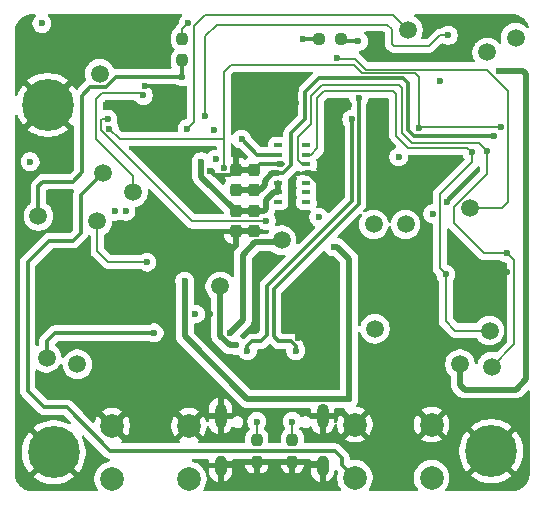
<source format=gbr>
%TF.GenerationSoftware,KiCad,Pcbnew,9.0.0*%
%TF.CreationDate,2025-12-27T14:24:40-08:00*%
%TF.ProjectId,esp_module_rev1,6573705f-6d6f-4647-956c-655f72657631,rev?*%
%TF.SameCoordinates,Original*%
%TF.FileFunction,Copper,L4,Bot*%
%TF.FilePolarity,Positive*%
%FSLAX46Y46*%
G04 Gerber Fmt 4.6, Leading zero omitted, Abs format (unit mm)*
G04 Created by KiCad (PCBNEW 9.0.0) date 2025-12-27 14:24:40*
%MOMM*%
%LPD*%
G01*
G04 APERTURE LIST*
G04 Aperture macros list*
%AMRoundRect*
0 Rectangle with rounded corners*
0 $1 Rounding radius*
0 $2 $3 $4 $5 $6 $7 $8 $9 X,Y pos of 4 corners*
0 Add a 4 corners polygon primitive as box body*
4,1,4,$2,$3,$4,$5,$6,$7,$8,$9,$2,$3,0*
0 Add four circle primitives for the rounded corners*
1,1,$1+$1,$2,$3*
1,1,$1+$1,$4,$5*
1,1,$1+$1,$6,$7*
1,1,$1+$1,$8,$9*
0 Add four rect primitives between the rounded corners*
20,1,$1+$1,$2,$3,$4,$5,0*
20,1,$1+$1,$4,$5,$6,$7,0*
20,1,$1+$1,$6,$7,$8,$9,0*
20,1,$1+$1,$8,$9,$2,$3,0*%
G04 Aperture macros list end*
%TA.AperFunction,HeatsinkPad*%
%ADD10C,0.600000*%
%TD*%
%TA.AperFunction,HeatsinkPad*%
%ADD11O,1.000000X2.100000*%
%TD*%
%TA.AperFunction,HeatsinkPad*%
%ADD12O,1.000000X1.800000*%
%TD*%
%TA.AperFunction,ComponentPad*%
%ADD13C,1.500000*%
%TD*%
%TA.AperFunction,ComponentPad*%
%ADD14C,0.700000*%
%TD*%
%TA.AperFunction,ComponentPad*%
%ADD15C,4.400000*%
%TD*%
%TA.AperFunction,ComponentPad*%
%ADD16C,2.000000*%
%TD*%
%TA.AperFunction,SMDPad,CuDef*%
%ADD17RoundRect,0.237500X-0.237500X0.300000X-0.237500X-0.300000X0.237500X-0.300000X0.237500X0.300000X0*%
%TD*%
%TA.AperFunction,SMDPad,CuDef*%
%ADD18RoundRect,0.237500X0.237500X-0.300000X0.237500X0.300000X-0.237500X0.300000X-0.237500X-0.300000X0*%
%TD*%
%TA.AperFunction,SMDPad,CuDef*%
%ADD19RoundRect,0.087500X0.287500X0.087500X-0.287500X0.087500X-0.287500X-0.087500X0.287500X-0.087500X0*%
%TD*%
%TA.AperFunction,SMDPad,CuDef*%
%ADD20RoundRect,0.237500X-0.237500X0.250000X-0.237500X-0.250000X0.237500X-0.250000X0.237500X0.250000X0*%
%TD*%
%TA.AperFunction,SMDPad,CuDef*%
%ADD21RoundRect,0.237500X-0.250000X-0.237500X0.250000X-0.237500X0.250000X0.237500X-0.250000X0.237500X0*%
%TD*%
%TA.AperFunction,ViaPad*%
%ADD22C,0.600000*%
%TD*%
%TA.AperFunction,Conductor*%
%ADD23C,0.500000*%
%TD*%
%TA.AperFunction,Conductor*%
%ADD24C,0.150000*%
%TD*%
%TA.AperFunction,Conductor*%
%ADD25C,0.200000*%
%TD*%
%TA.AperFunction,Conductor*%
%ADD26C,0.300000*%
%TD*%
G04 APERTURE END LIST*
D10*
%TO.P,U5,19,GND*%
%TO.N,GND*%
X147610000Y-88900000D03*
X147610000Y-90000000D03*
X148160000Y-88350000D03*
X148160000Y-89450000D03*
X148160000Y-90550000D03*
X148710000Y-88900000D03*
X148710000Y-90000000D03*
X149260000Y-88350000D03*
X149260000Y-89450000D03*
X149260000Y-90550000D03*
X149810000Y-88900000D03*
X149810000Y-90000000D03*
%TD*%
D11*
%TO.P,J1,S1,SHIELD*%
%TO.N,GND*%
X143430000Y-116545000D03*
D12*
X143430000Y-120725000D03*
D11*
X152070000Y-116545000D03*
D12*
X152070000Y-120725000D03*
%TD*%
D13*
%TO.P,TP8,1,1*%
%TO.N,/I2C_SDA*%
X159100000Y-100300000D03*
%TD*%
%TO.P,TP9,1,1*%
%TO.N,/I2C_SCL*%
X166000000Y-85750000D03*
%TD*%
%TO.P,TP15,1,1*%
%TO.N,/LSM_INT2*%
X156400000Y-100300000D03*
%TD*%
%TO.P,TP12,1,1*%
%TO.N,/MAX_INT*%
X128000000Y-99600000D03*
%TD*%
%TO.P,TP5,1,1*%
%TO.N,Net-(D3-K)*%
X156500000Y-109150000D03*
%TD*%
%TO.P,TP14,1,1*%
%TO.N,/LSM_INT1*%
X136000000Y-97600000D03*
%TD*%
%TO.P,TP4,1,1*%
%TO.N,Net-(D2-K)*%
X128700000Y-111600000D03*
%TD*%
D14*
%TO.P,H2,1,1*%
%TO.N,GND*%
X164700000Y-119510000D03*
X165183274Y-118343274D03*
X165183274Y-120676726D03*
X166350000Y-117860000D03*
D15*
X166350000Y-119510000D03*
D14*
X166350000Y-121160000D03*
X167516726Y-118343274D03*
X167516726Y-120676726D03*
X168000000Y-119510000D03*
%TD*%
D16*
%TO.P,SW1,1,1*%
%TO.N,GND*%
X134250000Y-117360000D03*
X140750000Y-117360000D03*
%TO.P,SW1,2,2*%
%TO.N,/ESP32_EN*%
X134250000Y-121860000D03*
X140750000Y-121860000D03*
%TD*%
D13*
%TO.P,TP19,1,1*%
%TO.N,/ESP32_EN*%
X133200000Y-87550000D03*
%TD*%
%TO.P,TP11,1,1*%
%TO.N,Net-(R16-Pad1)*%
X168400000Y-84500000D03*
%TD*%
D14*
%TO.P,H3,1,1*%
%TO.N,GND*%
X127150000Y-90200000D03*
X127633274Y-89033274D03*
X127633274Y-91366726D03*
X128800000Y-88550000D03*
D15*
X128800000Y-90200000D03*
D14*
X128800000Y-91850000D03*
X129966726Y-89033274D03*
X129966726Y-91366726D03*
X130450000Y-90200000D03*
%TD*%
D13*
%TO.P,TP16,1,1*%
%TO.N,+USB_VBUS*%
X143400000Y-105550000D03*
%TD*%
%TO.P,TP2,1,1*%
%TO.N,+3V3*%
X131300000Y-112150000D03*
%TD*%
%TO.P,TP17,1,1*%
%TO.N,+USB_VBUSF*%
X148600000Y-101650000D03*
%TD*%
D16*
%TO.P,SW2,1,1*%
%TO.N,GND*%
X154800000Y-117260000D03*
X161300000Y-117260000D03*
%TO.P,SW2,2,2*%
%TO.N,/BOOT_SEL_GPIO9*%
X154800000Y-121760000D03*
X161300000Y-121760000D03*
%TD*%
D13*
%TO.P,TP6,1,1*%
%TO.N,/I2C_SDA_1V8*%
X166400000Y-112350000D03*
%TD*%
%TO.P,TP7,1,1*%
%TO.N,/I2C_SCL_1V8*%
X166200000Y-109300000D03*
%TD*%
%TO.P,TP1,1,1*%
%TO.N,+BATT*%
X133000000Y-100050000D03*
%TD*%
%TO.P,TP18,1,1*%
%TO.N,/BOOT_SEL_GPIO9*%
X133500000Y-95950000D03*
%TD*%
D14*
%TO.P,H1,1,1*%
%TO.N,GND*%
X127650000Y-119610000D03*
X128133274Y-118443274D03*
X128133274Y-120776726D03*
X129300000Y-117960000D03*
D15*
X129300000Y-119610000D03*
D14*
X129300000Y-121260000D03*
X130466726Y-118443274D03*
X130466726Y-120776726D03*
X130950000Y-119610000D03*
%TD*%
D13*
%TO.P,TP10,1,1*%
%TO.N,/VBATT_SENSE*%
X159300000Y-83850000D03*
%TD*%
%TO.P,TP13,1,1*%
%TO.N,/BMP_INT*%
X164550000Y-98950000D03*
%TD*%
%TO.P,TP3,1,1*%
%TO.N,+1V8*%
X163700000Y-112150000D03*
%TD*%
D17*
%TO.P,C19,1*%
%TO.N,+3V3*%
X146300000Y-99175000D03*
%TO.P,C19,2*%
%TO.N,GND*%
X146300000Y-100900000D03*
%TD*%
%TO.P,C18,1*%
%TO.N,+3V3*%
X144700000Y-99175000D03*
%TO.P,C18,2*%
%TO.N,GND*%
X144700000Y-100900000D03*
%TD*%
D18*
%TO.P,C17,1*%
%TO.N,+1V8*%
X144700000Y-97400000D03*
%TO.P,C17,2*%
%TO.N,GND*%
X144700000Y-95675000D03*
%TD*%
D19*
%TO.P,U9,1,NC*%
%TO.N,unconnected-(U9-NC-Pad1)*%
X150700000Y-93600000D03*
%TO.P,U9,2,SCL*%
%TO.N,/I2C_SCL_1V8*%
X150700000Y-94400000D03*
%TO.P,U9,3,SDA*%
%TO.N,/I2C_SDA_1V8*%
X150700000Y-95200000D03*
%TO.P,U9,4,PGND*%
%TO.N,GND*%
X150700000Y-96000000D03*
%TO.P,U9,5,NC*%
%TO.N,unconnected-(U9-NC-Pad5)*%
X150700000Y-96800000D03*
%TO.P,U9,6,NC*%
%TO.N,unconnected-(U9-NC-Pad6)*%
X150700000Y-97600000D03*
%TO.P,U9,7,NC*%
%TO.N,unconnected-(U9-NC-Pad7)*%
X150700000Y-98400000D03*
%TO.P,U9,8,NC*%
%TO.N,unconnected-(U9-NC-Pad8)*%
X148300000Y-98400000D03*
%TO.P,U9,9,VLED+*%
%TO.N,+3V3*%
X148300000Y-97600000D03*
%TO.P,U9,10,VLED+*%
X148300000Y-96800000D03*
%TO.P,U9,11,VDD*%
%TO.N,+1V8*%
X148300000Y-96000000D03*
%TO.P,U9,12,GND*%
%TO.N,GND*%
X148300000Y-95200000D03*
%TO.P,U9,13,~{INT}*%
%TO.N,/MAX_INT*%
X148300000Y-94400000D03*
%TO.P,U9,14,NC*%
%TO.N,unconnected-(U9-NC-Pad14)*%
X148300000Y-93600000D03*
%TD*%
D18*
%TO.P,C16,1*%
%TO.N,+1V8*%
X146300000Y-97400000D03*
%TO.P,C16,2*%
%TO.N,GND*%
X146300000Y-95675000D03*
%TD*%
D20*
%TO.P,R14,1*%
%TO.N,+3V3*%
X140200000Y-84587500D03*
%TO.P,R14,2*%
%TO.N,/MAX_INT*%
X140200000Y-86412500D03*
%TD*%
%TO.P,R5,1*%
%TO.N,/USB_CC1*%
X146500000Y-118587500D03*
%TO.P,R5,2*%
%TO.N,GND*%
X146500000Y-120412500D03*
%TD*%
D21*
%TO.P,R23,1*%
%TO.N,+3V3*%
X151787500Y-84600000D03*
%TO.P,R23,2*%
%TO.N,Net-(U5-IO2)*%
X153612500Y-84600000D03*
%TD*%
D20*
%TO.P,R4,1*%
%TO.N,/USB_CC2*%
X149500000Y-118587500D03*
%TO.P,R4,2*%
%TO.N,GND*%
X149500000Y-120412500D03*
%TD*%
D22*
%TO.N,+BATT*%
X140400000Y-105100000D03*
X137200000Y-103500000D03*
X153000000Y-102200000D03*
X154300000Y-115100000D03*
%TO.N,GND*%
X142500000Y-95800000D03*
X150000000Y-109900000D03*
X145600000Y-112200000D03*
X167700000Y-104300000D03*
X128200000Y-85400000D03*
X130025000Y-105025000D03*
X147325000Y-102925000D03*
X142500000Y-107900000D03*
X162600000Y-98400000D03*
X160100000Y-105300000D03*
X140300000Y-95300000D03*
X154275000Y-90200000D03*
X151750000Y-98100000D03*
X133775000Y-108300000D03*
X150700000Y-106500000D03*
X137000000Y-88600000D03*
X163700000Y-85000000D03*
%TO.N,+USB_VBUSF*%
X144200000Y-109500000D03*
%TO.N,+USB_VBUS*%
X144700000Y-110562500D03*
%TO.N,Net-(D2-K)*%
X137800000Y-109500000D03*
%TO.N,+3V3*%
X128300000Y-83300000D03*
X140700000Y-83300000D03*
X141800000Y-95000000D03*
X151750000Y-99700000D03*
X127300000Y-95000000D03*
X162000000Y-88200000D03*
X150400000Y-84600000D03*
X135400000Y-99200000D03*
X158500000Y-94600000D03*
X161400000Y-99400000D03*
%TO.N,+1V8*%
X166550000Y-92800000D03*
X167000000Y-87300000D03*
%TO.N,/USB_CC2*%
X149500000Y-117000000D03*
%TO.N,/USB_CC1*%
X146500000Y-117000000D03*
%TO.N,/VBATT_SENSE*%
X141300000Y-107900000D03*
X140600000Y-92200000D03*
%TO.N,/I2C_SCL*%
X134000000Y-92200000D03*
X143700000Y-95500000D03*
X160200000Y-92150003D03*
X167200000Y-92100000D03*
%TO.N,/I2C_SDA*%
X143000000Y-94800000D03*
X142900000Y-92300000D03*
%TO.N,/I2C_SCL_1V8*%
X162500000Y-104525735D03*
X164700000Y-94200000D03*
%TO.N,/I2C_SDA_1V8*%
X166000000Y-94100000D03*
X167700000Y-102750000D03*
%TO.N,/LSM_INT2*%
X147300000Y-100000000D03*
X133900000Y-91400000D03*
%TO.N,/LSM_INT1*%
X136886863Y-89391962D03*
%TO.N,/MAX_INT*%
X145200000Y-93100000D03*
X140200000Y-87800000D03*
%TO.N,/BMP_INT*%
X153300000Y-86250000D03*
%TO.N,/USB_D-*%
X154525000Y-91425000D03*
X145700000Y-111000000D03*
%TO.N,/USB_D+*%
X155125000Y-89600000D03*
X149800000Y-111000000D03*
%TO.N,Net-(R16-Pad1)*%
X162700000Y-84300000D03*
X134500000Y-99200000D03*
X142100000Y-91100000D03*
%TO.N,Net-(U5-IO2)*%
X155100000Y-84800000D03*
%TD*%
D23*
%TO.N,+BATT*%
X154294000Y-115094000D02*
X154300000Y-115100000D01*
D24*
X133900000Y-103500000D02*
X133000000Y-102600000D01*
D23*
X154300000Y-103200000D02*
X154300000Y-115100000D01*
X153300000Y-102200000D02*
X154300000Y-103200000D01*
D24*
X133000000Y-102600000D02*
X133000000Y-100050000D01*
D23*
X145694000Y-115094000D02*
X154294000Y-115094000D01*
X140400000Y-109800000D02*
X145694000Y-115094000D01*
D24*
X137200000Y-103500000D02*
X133900000Y-103500000D01*
D23*
X140400000Y-105100000D02*
X140400000Y-109800000D01*
X153000000Y-102200000D02*
X153300000Y-102200000D01*
%TO.N,GND*%
X146300000Y-100900000D02*
X144700000Y-100900000D01*
D25*
X151757500Y-120412500D02*
X152070000Y-120725000D01*
D23*
X148638980Y-95200000D02*
X148300000Y-95200000D01*
D25*
X146500000Y-120412500D02*
X143742500Y-120412500D01*
D23*
X150700000Y-96000000D02*
X151038980Y-96000000D01*
D26*
X142851000Y-96151000D02*
X142500000Y-95800000D01*
D23*
X151038980Y-96000000D02*
X151750000Y-96711020D01*
D26*
X144700000Y-95675000D02*
X144224000Y-96151000D01*
D25*
X149500000Y-120412500D02*
X151757500Y-120412500D01*
D26*
X146300000Y-95675000D02*
X144700000Y-95675000D01*
X144224000Y-96151000D02*
X142851000Y-96151000D01*
D23*
X151750000Y-96711020D02*
X151750000Y-98100000D01*
D26*
X148300000Y-95200000D02*
X146775000Y-95200000D01*
X146775000Y-95200000D02*
X146300000Y-95675000D01*
D25*
X143742500Y-120412500D02*
X143430000Y-120725000D01*
D23*
%TO.N,+USB_VBUSF*%
X148411500Y-101838500D02*
X148600000Y-101650000D01*
X144200000Y-109500000D02*
X145300000Y-108400000D01*
X146336500Y-101838500D02*
X148411500Y-101838500D01*
X145300000Y-102875000D02*
X146336500Y-101838500D01*
X145300000Y-108400000D02*
X145300000Y-102875000D01*
%TO.N,+USB_VBUS*%
X144200425Y-110562500D02*
X144700000Y-110562500D01*
X143400000Y-105550000D02*
X143400000Y-109762075D01*
X143400000Y-109762075D02*
X144200425Y-110562500D01*
D26*
%TO.N,Net-(D2-K)*%
X128700000Y-110200000D02*
X128700000Y-111600000D01*
X129400000Y-109500000D02*
X128700000Y-110200000D01*
X137800000Y-109500000D02*
X129400000Y-109500000D01*
D23*
%TO.N,+3V3*%
X148300000Y-97600000D02*
X147925001Y-97600000D01*
X144700000Y-99175000D02*
X146300000Y-99175000D01*
X141800000Y-96275000D02*
X141800000Y-95000000D01*
X146300000Y-99175000D02*
X147125000Y-99175000D01*
X147925001Y-97600000D02*
X147300000Y-98225001D01*
X147300000Y-99000000D02*
X147125000Y-99175000D01*
X148300000Y-97600000D02*
X148300000Y-96800000D01*
X147300000Y-98225001D02*
X147300000Y-99000000D01*
D26*
X151787500Y-84600000D02*
X150400000Y-84600000D01*
D23*
X144700000Y-99175000D02*
X141800000Y-96275000D01*
D24*
X140200000Y-83800000D02*
X140700000Y-83300000D01*
X140200000Y-84587500D02*
X140200000Y-83800000D01*
D26*
%TO.N,+1V8*%
X149400000Y-92600000D02*
X149400000Y-95288922D01*
D23*
X148300000Y-96000000D02*
X147800000Y-96000000D01*
X147200000Y-97000000D02*
X146800000Y-97400000D01*
D26*
X166550000Y-92800000D02*
X159800000Y-92800000D01*
D23*
X146300000Y-97400000D02*
X144700000Y-97400000D01*
D26*
X159800000Y-92800000D02*
X159300000Y-92300000D01*
X159300000Y-88300000D02*
X158902000Y-87902000D01*
D23*
X168400000Y-114300000D02*
X164100000Y-114300000D01*
X169000000Y-87300000D02*
X169300000Y-87600000D01*
D26*
X151798000Y-87902000D02*
X150600000Y-89100000D01*
D23*
X167000000Y-87300000D02*
X169000000Y-87300000D01*
X146800000Y-97400000D02*
X146300000Y-97400000D01*
X164100000Y-114300000D02*
X163700000Y-113900000D01*
D26*
X159300000Y-92300000D02*
X159300000Y-88300000D01*
X148688922Y-96000000D02*
X148300000Y-96000000D01*
X149400000Y-95288922D02*
X148688922Y-96000000D01*
D23*
X147800000Y-96000000D02*
X147200000Y-96600000D01*
D26*
X158902000Y-87902000D02*
X151798000Y-87902000D01*
D23*
X169300000Y-113400000D02*
X168400000Y-114300000D01*
X169300000Y-87600000D02*
X169300000Y-113400000D01*
D26*
X150600000Y-89100000D02*
X150600000Y-91400000D01*
D23*
X147200000Y-96600000D02*
X147200000Y-97000000D01*
D26*
X150600000Y-91400000D02*
X149400000Y-92600000D01*
D23*
X163700000Y-113900000D02*
X163700000Y-112150000D01*
D26*
%TO.N,/BOOT_SEL_GPIO9*%
X134100000Y-119500000D02*
X153100000Y-119500000D01*
X131600000Y-101000000D02*
X130900000Y-101700000D01*
X130400000Y-115800000D02*
X134100000Y-119500000D01*
X153700000Y-120660000D02*
X154800000Y-121760000D01*
X131600000Y-97850000D02*
X131600000Y-101000000D01*
X133500000Y-95950000D02*
X131600000Y-97850000D01*
X153100000Y-119500000D02*
X153700000Y-120100000D01*
X128500000Y-115800000D02*
X130400000Y-115800000D01*
X130900000Y-101700000D02*
X128900000Y-101700000D01*
X127100000Y-114400000D02*
X128500000Y-115800000D01*
X127100000Y-103500000D02*
X127100000Y-114400000D01*
X153700000Y-120100000D02*
X153700000Y-120660000D01*
X128900000Y-101700000D02*
X127100000Y-103500000D01*
D25*
%TO.N,/USB_CC2*%
X149500000Y-117000000D02*
X149500000Y-118587500D01*
%TO.N,/USB_CC1*%
X146500000Y-117000000D02*
X146500000Y-118587500D01*
D24*
%TO.N,/VBATT_SENSE*%
X141200000Y-91600000D02*
X141200000Y-83500000D01*
X158050000Y-82600000D02*
X159300000Y-83850000D01*
X140600000Y-92200000D02*
X141200000Y-91600000D01*
X142100000Y-82600000D02*
X158050000Y-82600000D01*
X141200000Y-83500000D02*
X142100000Y-82600000D01*
%TO.N,/I2C_SCL*%
X160200000Y-87800000D02*
X159926000Y-87526000D01*
X134000000Y-92200000D02*
X134900000Y-93100000D01*
X134900000Y-93100000D02*
X143700000Y-93100000D01*
X160200000Y-92150003D02*
X160250003Y-92100000D01*
X160250003Y-92100000D02*
X167200000Y-92100000D01*
X155426000Y-87526000D02*
X154700000Y-86800000D01*
X144300000Y-86800000D02*
X143700000Y-87400000D01*
X154700000Y-86800000D02*
X144300000Y-86800000D01*
X160200000Y-92150003D02*
X160200000Y-87800000D01*
X143700000Y-95500000D02*
X143700000Y-93100000D01*
X159926000Y-87526000D02*
X155426000Y-87526000D01*
X143700000Y-87400000D02*
X143700000Y-93100000D01*
D25*
%TO.N,/I2C_SCL_1V8*%
X158300000Y-92800000D02*
X158300000Y-89300000D01*
X158000000Y-89000000D02*
X152200000Y-89000000D01*
X158300000Y-89300000D02*
X158000000Y-89000000D01*
X164700000Y-94200000D02*
X164700000Y-95050000D01*
X164700000Y-94200000D02*
X164300000Y-93800000D01*
X151600000Y-89600000D02*
X151600000Y-93874999D01*
X164700000Y-95050000D02*
X161999000Y-97751000D01*
X163300000Y-109300000D02*
X166200000Y-109300000D01*
X159300000Y-93800000D02*
X158300000Y-92800000D01*
X164300000Y-93800000D02*
X159300000Y-93800000D01*
X151600000Y-93874999D02*
X151074999Y-94400000D01*
X151074999Y-94400000D02*
X150700000Y-94400000D01*
X162000000Y-98649943D02*
X162000000Y-104025735D01*
X162500000Y-104525735D02*
X162500000Y-108500000D01*
X162500000Y-108500000D02*
X163300000Y-109300000D01*
X161999000Y-98648943D02*
X162000000Y-98649943D01*
X162000000Y-104025735D02*
X162500000Y-104525735D01*
X152200000Y-89000000D02*
X151600000Y-89600000D01*
X161999000Y-97751000D02*
X161999000Y-98648943D01*
%TO.N,/I2C_SDA_1V8*%
X158800000Y-88800000D02*
X158800000Y-92600000D01*
X150024000Y-92876000D02*
X151100000Y-91800000D01*
X159600000Y-93400000D02*
X165300000Y-93400000D01*
X165300000Y-93400000D02*
X166000000Y-94100000D01*
X151100000Y-91800000D02*
X151100000Y-89400000D01*
X150024000Y-94898999D02*
X150024000Y-92876000D01*
X163200000Y-100200000D02*
X165750000Y-102750000D01*
X168301000Y-103351000D02*
X168301000Y-110449000D01*
X168301000Y-110449000D02*
X166400000Y-112350000D01*
X158500000Y-88500000D02*
X158800000Y-88800000D01*
X151100000Y-89400000D02*
X152000000Y-88500000D01*
X163200000Y-98813661D02*
X163200000Y-100200000D01*
X165750000Y-102750000D02*
X167700000Y-102750000D01*
X158800000Y-92600000D02*
X159600000Y-93400000D01*
X166000000Y-94100000D02*
X166000000Y-96013661D01*
X152000000Y-88500000D02*
X158500000Y-88500000D01*
X166000000Y-96013661D02*
X163200000Y-98813661D01*
X150325001Y-95200000D02*
X150024000Y-94898999D01*
X167700000Y-102750000D02*
X168301000Y-103351000D01*
X150700000Y-95200000D02*
X150325001Y-95200000D01*
%TO.N,/LSM_INT2*%
X147300000Y-100000000D02*
X147238500Y-100061500D01*
X133400000Y-91400000D02*
X133900000Y-91400000D01*
X147238500Y-100061500D02*
X141011557Y-100061500D01*
X133300000Y-91500000D02*
X133400000Y-91400000D01*
X133300000Y-92349943D02*
X133300000Y-91500000D01*
X141011557Y-100061500D02*
X133300000Y-92349943D01*
%TO.N,/LSM_INT1*%
X136000000Y-97600000D02*
X136000000Y-96200000D01*
X132899000Y-89701000D02*
X133400000Y-89200000D01*
X136694901Y-89200000D02*
X136886863Y-89391962D01*
X133400000Y-89200000D02*
X136694901Y-89200000D01*
X132899000Y-93099000D02*
X132899000Y-89701000D01*
X136000000Y-96200000D02*
X132899000Y-93099000D01*
D26*
%TO.N,/MAX_INT*%
X146500000Y-94400000D02*
X145200000Y-93100000D01*
X148300000Y-94400000D02*
X146500000Y-94400000D01*
X132400000Y-88700000D02*
X131700000Y-89400000D01*
X134600000Y-87800000D02*
X133700000Y-88700000D01*
X131700000Y-95900000D02*
X130900000Y-96700000D01*
X131700000Y-89400000D02*
X131700000Y-95900000D01*
X133700000Y-88700000D02*
X132400000Y-88700000D01*
X128400000Y-96700000D02*
X128000000Y-97100000D01*
X140200000Y-87800000D02*
X134600000Y-87800000D01*
X128000000Y-97100000D02*
X128000000Y-99600000D01*
X130900000Y-96700000D02*
X128400000Y-96700000D01*
X140200000Y-87800000D02*
X140200000Y-86412500D01*
D25*
%TO.N,/BMP_INT*%
X167800000Y-98400000D02*
X167250000Y-98950000D01*
X153300000Y-86250000D02*
X153350000Y-86300000D01*
X166000000Y-87200000D02*
X167800000Y-89000000D01*
X153350000Y-86300000D02*
X154800000Y-86300000D01*
X154800000Y-86300000D02*
X155700000Y-87200000D01*
X155700000Y-87200000D02*
X166000000Y-87200000D01*
X167800000Y-89000000D02*
X167800000Y-98400000D01*
X167250000Y-98950000D02*
X164550000Y-98950000D01*
D26*
%TO.N,/USB_D-*%
X154575000Y-91425000D02*
X154525000Y-91425000D01*
X147375000Y-109650000D02*
X147375000Y-105536090D01*
X147375000Y-105536090D02*
X154575000Y-98336090D01*
X146825000Y-110200000D02*
X147375000Y-109650000D01*
X145700000Y-110625000D02*
X146125000Y-110200000D01*
X145700000Y-111000000D02*
X145700000Y-110625000D01*
X146125000Y-110200000D02*
X146825000Y-110200000D01*
X154575000Y-98336090D02*
X154575000Y-91425000D01*
%TO.N,/USB_D+*%
X148325000Y-110200000D02*
X147925000Y-109800000D01*
X147925000Y-105763910D02*
X155125000Y-98563910D01*
X147925000Y-109800000D02*
X147925000Y-105763910D01*
X149800000Y-110600000D02*
X149400000Y-110200000D01*
X149800000Y-111000000D02*
X149800000Y-110600000D01*
X149400000Y-110200000D02*
X148325000Y-110200000D01*
X155125000Y-98563910D02*
X155125000Y-89600000D01*
D24*
%TO.N,Net-(R16-Pad1)*%
X161100000Y-85200000D02*
X162000000Y-84300000D01*
X157900000Y-85000000D02*
X158100000Y-85200000D01*
X157500000Y-83400000D02*
X157900000Y-83800000D01*
X157900000Y-83800000D02*
X157900000Y-85000000D01*
X142100000Y-84400000D02*
X143100000Y-83400000D01*
X162000000Y-84300000D02*
X162700000Y-84300000D01*
X142100000Y-91100000D02*
X142100000Y-84400000D01*
X143100000Y-83400000D02*
X157500000Y-83400000D01*
X158100000Y-85200000D02*
X161100000Y-85200000D01*
D26*
%TO.N,Net-(U5-IO2)*%
X155100000Y-84800000D02*
X153812500Y-84800000D01*
X153812500Y-84800000D02*
X153612500Y-84600000D01*
%TD*%
%TA.AperFunction,Conductor*%
%TO.N,GND*%
G36*
X127960967Y-90916602D02*
G01*
X128083398Y-91039033D01*
X128217262Y-91136290D01*
X127075425Y-92278127D01*
X127235127Y-92405484D01*
X127491903Y-92566827D01*
X127765119Y-92698401D01*
X127765133Y-92698407D01*
X128051354Y-92798561D01*
X128051366Y-92798565D01*
X128347017Y-92866045D01*
X128347033Y-92866047D01*
X128648366Y-92899999D01*
X128648368Y-92900000D01*
X128951632Y-92900000D01*
X128951633Y-92899999D01*
X129252966Y-92866047D01*
X129252982Y-92866045D01*
X129548633Y-92798565D01*
X129548645Y-92798561D01*
X129834866Y-92698407D01*
X129834880Y-92698401D01*
X130108096Y-92566827D01*
X130364872Y-92405484D01*
X130524573Y-92278126D01*
X129382737Y-91136290D01*
X129516602Y-91039033D01*
X129639033Y-90916602D01*
X129736290Y-90782737D01*
X130878125Y-91924572D01*
X130918547Y-91922303D01*
X130986585Y-91938198D01*
X131035229Y-91988353D01*
X131049500Y-92046108D01*
X131049500Y-95579192D01*
X131029815Y-95646231D01*
X131013181Y-95666873D01*
X130666873Y-96013181D01*
X130605550Y-96046666D01*
X130579192Y-96049500D01*
X128335929Y-96049500D01*
X128213179Y-96073917D01*
X128210264Y-96074496D01*
X128210253Y-96074500D01*
X128091870Y-96123535D01*
X127985331Y-96194722D01*
X127985324Y-96194728D01*
X127494727Y-96685325D01*
X127494721Y-96685332D01*
X127449230Y-96753415D01*
X127449231Y-96753416D01*
X127423534Y-96791874D01*
X127374499Y-96910255D01*
X127374497Y-96910261D01*
X127349500Y-97035928D01*
X127349500Y-98463731D01*
X127329815Y-98530770D01*
X127298386Y-98564049D01*
X127185352Y-98646173D01*
X127046174Y-98785351D01*
X127046174Y-98785352D01*
X127046172Y-98785354D01*
X127016590Y-98826070D01*
X126930476Y-98944594D01*
X126841117Y-99119970D01*
X126780290Y-99307173D01*
X126749500Y-99501577D01*
X126749500Y-99698422D01*
X126780290Y-99892826D01*
X126841117Y-100080029D01*
X126907488Y-100210288D01*
X126930476Y-100255405D01*
X127046172Y-100414646D01*
X127185354Y-100553828D01*
X127344595Y-100669524D01*
X127396895Y-100696172D01*
X127519970Y-100758882D01*
X127519972Y-100758882D01*
X127519975Y-100758884D01*
X127620317Y-100791487D01*
X127707173Y-100819709D01*
X127901578Y-100850500D01*
X127901583Y-100850500D01*
X128098422Y-100850500D01*
X128292826Y-100819709D01*
X128480025Y-100758884D01*
X128655405Y-100669524D01*
X128814646Y-100553828D01*
X128953828Y-100414646D01*
X129069524Y-100255405D01*
X129158884Y-100080025D01*
X129219709Y-99892826D01*
X129230960Y-99821789D01*
X129250500Y-99698422D01*
X129250500Y-99501577D01*
X129219709Y-99307173D01*
X129158882Y-99119970D01*
X129092969Y-98990609D01*
X129069524Y-98944595D01*
X128953828Y-98785354D01*
X128814646Y-98646172D01*
X128701613Y-98564048D01*
X128658949Y-98508718D01*
X128650500Y-98463731D01*
X128650500Y-97474500D01*
X128670185Y-97407461D01*
X128722989Y-97361706D01*
X128774500Y-97350500D01*
X130919419Y-97350500D01*
X130986458Y-97370185D01*
X131032213Y-97422989D01*
X131042157Y-97492147D01*
X131025370Y-97535950D01*
X131026405Y-97536503D01*
X131023535Y-97541870D01*
X130974499Y-97660255D01*
X130974497Y-97660261D01*
X130949500Y-97785928D01*
X130949500Y-100679192D01*
X130929815Y-100746231D01*
X130913181Y-100766873D01*
X130666873Y-101013181D01*
X130605550Y-101046666D01*
X130579192Y-101049500D01*
X128835929Y-101049500D01*
X128710261Y-101074497D01*
X128710255Y-101074499D01*
X128591870Y-101123535D01*
X128485331Y-101194722D01*
X128485324Y-101194728D01*
X126594724Y-103085328D01*
X126560679Y-103136280D01*
X126560680Y-103136281D01*
X126523534Y-103191874D01*
X126474499Y-103310255D01*
X126474497Y-103310261D01*
X126449500Y-103435928D01*
X126449500Y-103435931D01*
X126449500Y-114464069D01*
X126461329Y-114523535D01*
X126474499Y-114589744D01*
X126523535Y-114708127D01*
X126594723Y-114814669D01*
X126594726Y-114814673D01*
X128085325Y-116305272D01*
X128085328Y-116305274D01*
X128085331Y-116305277D01*
X128188931Y-116374499D01*
X128191873Y-116376465D01*
X128310256Y-116425501D01*
X128310260Y-116425501D01*
X128310261Y-116425502D01*
X128435928Y-116450500D01*
X128435931Y-116450500D01*
X130079192Y-116450500D01*
X130146231Y-116470185D01*
X130166873Y-116486819D01*
X130699902Y-117019848D01*
X130733387Y-117081171D01*
X130728403Y-117150863D01*
X130686531Y-117206796D01*
X130621067Y-117231213D01*
X130558419Y-117219249D01*
X130334880Y-117111598D01*
X130334866Y-117111592D01*
X130048645Y-117011438D01*
X130048633Y-117011434D01*
X129752982Y-116943954D01*
X129752966Y-116943952D01*
X129451633Y-116910000D01*
X129148366Y-116910000D01*
X128847033Y-116943952D01*
X128847017Y-116943954D01*
X128551366Y-117011434D01*
X128551354Y-117011438D01*
X128265133Y-117111592D01*
X128265119Y-117111598D01*
X127991903Y-117243172D01*
X127735127Y-117404515D01*
X127575425Y-117531871D01*
X128717263Y-118673709D01*
X128583398Y-118770967D01*
X128460967Y-118893398D01*
X128363709Y-119027262D01*
X127221871Y-117885425D01*
X127094515Y-118045127D01*
X126933172Y-118301903D01*
X126801598Y-118575119D01*
X126801592Y-118575133D01*
X126701438Y-118861354D01*
X126701434Y-118861366D01*
X126633954Y-119157017D01*
X126633952Y-119157033D01*
X126600000Y-119458366D01*
X126600000Y-119761633D01*
X126633952Y-120062966D01*
X126633954Y-120062982D01*
X126701434Y-120358633D01*
X126701438Y-120358645D01*
X126801592Y-120644866D01*
X126801598Y-120644880D01*
X126933172Y-120918096D01*
X127094515Y-121174872D01*
X127221871Y-121334573D01*
X128363708Y-120192736D01*
X128460967Y-120326602D01*
X128583398Y-120449033D01*
X128717262Y-120546290D01*
X127575425Y-121688127D01*
X127735127Y-121815484D01*
X127991903Y-121976827D01*
X128265119Y-122108401D01*
X128265133Y-122108407D01*
X128551354Y-122208561D01*
X128551366Y-122208565D01*
X128847017Y-122276045D01*
X128847033Y-122276047D01*
X129148366Y-122309999D01*
X129148368Y-122310000D01*
X129451632Y-122310000D01*
X129451633Y-122309999D01*
X129752966Y-122276047D01*
X129752982Y-122276045D01*
X130048633Y-122208565D01*
X130048645Y-122208561D01*
X130334866Y-122108407D01*
X130334880Y-122108401D01*
X130608096Y-121976827D01*
X130864872Y-121815484D01*
X131024573Y-121688126D01*
X129882737Y-120546290D01*
X130016602Y-120449033D01*
X130139033Y-120326602D01*
X130236290Y-120192737D01*
X131378126Y-121334573D01*
X131505484Y-121174872D01*
X131666827Y-120918096D01*
X131798401Y-120644880D01*
X131798407Y-120644866D01*
X131898561Y-120358645D01*
X131898565Y-120358633D01*
X131966045Y-120062982D01*
X131966047Y-120062966D01*
X131999999Y-119761633D01*
X132000000Y-119761631D01*
X132000000Y-119458368D01*
X131999999Y-119458366D01*
X131966047Y-119157033D01*
X131966045Y-119157017D01*
X131898565Y-118861366D01*
X131898561Y-118861354D01*
X131798407Y-118575133D01*
X131798401Y-118575119D01*
X131690750Y-118351579D01*
X131679398Y-118282637D01*
X131707120Y-118218503D01*
X131765115Y-118179537D01*
X131834971Y-118178112D01*
X131890149Y-118210095D01*
X133594724Y-119914669D01*
X133643021Y-119962966D01*
X133685332Y-120005277D01*
X133791866Y-120076461D01*
X133791872Y-120076464D01*
X133791873Y-120076465D01*
X133910256Y-120125501D01*
X133910260Y-120125501D01*
X133910261Y-120125502D01*
X133982389Y-120139850D01*
X134044300Y-120172235D01*
X134078874Y-120232951D01*
X134075133Y-120302721D01*
X134034267Y-120359392D01*
X133977595Y-120383940D01*
X133898631Y-120396446D01*
X133674003Y-120469433D01*
X133463566Y-120576657D01*
X133390959Y-120629410D01*
X133272490Y-120715483D01*
X133272488Y-120715485D01*
X133272487Y-120715485D01*
X133105485Y-120882487D01*
X133105485Y-120882488D01*
X133105483Y-120882490D01*
X133079614Y-120918096D01*
X132966657Y-121073566D01*
X132859433Y-121284003D01*
X132786446Y-121508631D01*
X132749500Y-121741902D01*
X132749500Y-121978097D01*
X132786446Y-122211368D01*
X132859433Y-122435996D01*
X132966659Y-122646436D01*
X133007475Y-122702615D01*
X133030955Y-122768421D01*
X133015130Y-122836475D01*
X132965024Y-122885170D01*
X132907157Y-122899500D01*
X127504428Y-122899500D01*
X127495582Y-122899184D01*
X127473622Y-122897613D01*
X127295442Y-122884869D01*
X127277931Y-122882351D01*
X127086212Y-122840646D01*
X127069236Y-122835662D01*
X126885390Y-122767090D01*
X126869298Y-122759740D01*
X126697095Y-122665711D01*
X126682210Y-122656146D01*
X126525132Y-122538558D01*
X126511762Y-122526972D01*
X126373027Y-122388237D01*
X126361441Y-122374867D01*
X126243849Y-122217784D01*
X126234288Y-122202904D01*
X126140259Y-122030701D01*
X126132909Y-122014609D01*
X126090815Y-121901751D01*
X126064334Y-121830755D01*
X126059355Y-121813797D01*
X126017647Y-121622064D01*
X126015130Y-121604556D01*
X126011877Y-121559079D01*
X126000816Y-121404418D01*
X126000500Y-121395572D01*
X126000500Y-94921153D01*
X126499500Y-94921153D01*
X126499500Y-95078846D01*
X126530261Y-95233489D01*
X126530264Y-95233501D01*
X126590602Y-95379172D01*
X126590609Y-95379185D01*
X126678210Y-95510288D01*
X126678213Y-95510292D01*
X126789707Y-95621786D01*
X126789711Y-95621789D01*
X126920814Y-95709390D01*
X126920827Y-95709397D01*
X127040919Y-95759140D01*
X127066503Y-95769737D01*
X127168256Y-95789977D01*
X127221153Y-95800499D01*
X127221156Y-95800500D01*
X127221158Y-95800500D01*
X127378844Y-95800500D01*
X127378845Y-95800499D01*
X127533497Y-95769737D01*
X127679179Y-95709394D01*
X127810289Y-95621789D01*
X127921789Y-95510289D01*
X128009394Y-95379179D01*
X128009974Y-95377780D01*
X128040284Y-95304604D01*
X128069737Y-95233497D01*
X128100500Y-95078842D01*
X128100500Y-94921158D01*
X128100500Y-94921155D01*
X128100499Y-94921153D01*
X128091869Y-94877768D01*
X128069737Y-94766503D01*
X128054665Y-94730115D01*
X128009397Y-94620827D01*
X128009390Y-94620814D01*
X127921789Y-94489711D01*
X127921786Y-94489707D01*
X127810292Y-94378213D01*
X127810288Y-94378210D01*
X127679185Y-94290609D01*
X127679172Y-94290602D01*
X127533501Y-94230264D01*
X127533489Y-94230261D01*
X127378845Y-94199500D01*
X127378842Y-94199500D01*
X127221158Y-94199500D01*
X127221155Y-94199500D01*
X127066510Y-94230261D01*
X127066498Y-94230264D01*
X126920827Y-94290602D01*
X126920814Y-94290609D01*
X126789711Y-94378210D01*
X126789707Y-94378213D01*
X126678213Y-94489707D01*
X126678210Y-94489711D01*
X126590609Y-94620814D01*
X126590602Y-94620827D01*
X126530264Y-94766498D01*
X126530261Y-94766510D01*
X126499500Y-94921153D01*
X126000500Y-94921153D01*
X126000500Y-91104206D01*
X126020185Y-91037167D01*
X126072989Y-90991412D01*
X126142147Y-90981468D01*
X126205703Y-91010493D01*
X126241541Y-91063251D01*
X126301592Y-91234866D01*
X126301598Y-91234880D01*
X126433172Y-91508096D01*
X126594515Y-91764872D01*
X126721871Y-91924573D01*
X127863708Y-90782736D01*
X127960967Y-90916602D01*
G37*
%TD.AperFunction*%
%TA.AperFunction,Conductor*%
G36*
X142373039Y-120170185D02*
G01*
X142418794Y-120222989D01*
X142430000Y-120274500D01*
X142430000Y-120475000D01*
X143130000Y-120475000D01*
X143130000Y-120975000D01*
X142430000Y-120975000D01*
X142430000Y-121223495D01*
X142468427Y-121416681D01*
X142468430Y-121416693D01*
X142543807Y-121598671D01*
X142543814Y-121598684D01*
X142653248Y-121762462D01*
X142653251Y-121762466D01*
X142792533Y-121901748D01*
X142792537Y-121901751D01*
X142956315Y-122011185D01*
X142956328Y-122011192D01*
X143138308Y-122086569D01*
X143180000Y-122094862D01*
X143180000Y-121291988D01*
X143189940Y-121309205D01*
X143245795Y-121365060D01*
X143314204Y-121404556D01*
X143390504Y-121425000D01*
X143469496Y-121425000D01*
X143545796Y-121404556D01*
X143614205Y-121365060D01*
X143670060Y-121309205D01*
X143680000Y-121291988D01*
X143680000Y-122094862D01*
X143721690Y-122086569D01*
X143721692Y-122086569D01*
X143903671Y-122011192D01*
X143903684Y-122011185D01*
X144067462Y-121901751D01*
X144067466Y-121901748D01*
X144206748Y-121762466D01*
X144206751Y-121762462D01*
X144316185Y-121598684D01*
X144316192Y-121598671D01*
X144391569Y-121416693D01*
X144391572Y-121416681D01*
X144429999Y-121223495D01*
X144430000Y-121223492D01*
X144430000Y-120975000D01*
X143730000Y-120975000D01*
X143730000Y-120711654D01*
X145525001Y-120711654D01*
X145535319Y-120812652D01*
X145589546Y-120976300D01*
X145589551Y-120976311D01*
X145680052Y-121123034D01*
X145680055Y-121123038D01*
X145801961Y-121244944D01*
X145801965Y-121244947D01*
X145948688Y-121335448D01*
X145948699Y-121335453D01*
X146112347Y-121389680D01*
X146213352Y-121399999D01*
X146250000Y-121399999D01*
X146750000Y-121399999D01*
X146786640Y-121399999D01*
X146786654Y-121399998D01*
X146887652Y-121389680D01*
X147051300Y-121335453D01*
X147051311Y-121335448D01*
X147198034Y-121244947D01*
X147198038Y-121244944D01*
X147319944Y-121123038D01*
X147319947Y-121123034D01*
X147410448Y-120976311D01*
X147410453Y-120976300D01*
X147464680Y-120812652D01*
X147474999Y-120711654D01*
X148525001Y-120711654D01*
X148535319Y-120812652D01*
X148589546Y-120976300D01*
X148589551Y-120976311D01*
X148680052Y-121123034D01*
X148680055Y-121123038D01*
X148801961Y-121244944D01*
X148801965Y-121244947D01*
X148948688Y-121335448D01*
X148948699Y-121335453D01*
X149112347Y-121389680D01*
X149213352Y-121399999D01*
X149250000Y-121399999D01*
X149750000Y-121399999D01*
X149786640Y-121399999D01*
X149786654Y-121399998D01*
X149887652Y-121389680D01*
X150051300Y-121335453D01*
X150051311Y-121335448D01*
X150198034Y-121244947D01*
X150198038Y-121244944D01*
X150319944Y-121123038D01*
X150319947Y-121123034D01*
X150410448Y-120976311D01*
X150410453Y-120976300D01*
X150440829Y-120884634D01*
X150440829Y-120884633D01*
X150464680Y-120812654D01*
X150464680Y-120812653D01*
X150474999Y-120711654D01*
X150475000Y-120711641D01*
X150475000Y-120662500D01*
X149750000Y-120662500D01*
X149750000Y-121399999D01*
X149250000Y-121399999D01*
X149250000Y-120662500D01*
X148525001Y-120662500D01*
X148525001Y-120711654D01*
X147474999Y-120711654D01*
X147475000Y-120711641D01*
X147475000Y-120662500D01*
X146750000Y-120662500D01*
X146750000Y-121399999D01*
X146250000Y-121399999D01*
X146250000Y-120662500D01*
X145525001Y-120662500D01*
X145525001Y-120711654D01*
X143730000Y-120711654D01*
X143730000Y-120475000D01*
X144430000Y-120475000D01*
X144430000Y-120274500D01*
X144449685Y-120207461D01*
X144502489Y-120161706D01*
X144554000Y-120150500D01*
X145461638Y-120150500D01*
X145502505Y-120162500D01*
X147495217Y-120162500D01*
X147512003Y-120153334D01*
X147538361Y-120150500D01*
X148461638Y-120150500D01*
X148502505Y-120162500D01*
X150495217Y-120162500D01*
X150512003Y-120153334D01*
X150538361Y-120150500D01*
X150946000Y-120150500D01*
X151013039Y-120170185D01*
X151058794Y-120222989D01*
X151070000Y-120274500D01*
X151070000Y-120475000D01*
X151770000Y-120475000D01*
X151770000Y-120975000D01*
X151070000Y-120975000D01*
X151070000Y-121223495D01*
X151108427Y-121416681D01*
X151108430Y-121416693D01*
X151183807Y-121598671D01*
X151183814Y-121598684D01*
X151293248Y-121762462D01*
X151293251Y-121762466D01*
X151432533Y-121901748D01*
X151432537Y-121901751D01*
X151596315Y-122011185D01*
X151596328Y-122011192D01*
X151778308Y-122086569D01*
X151820000Y-122094862D01*
X151820000Y-121291988D01*
X151829940Y-121309205D01*
X151885795Y-121365060D01*
X151954204Y-121404556D01*
X152030504Y-121425000D01*
X152109496Y-121425000D01*
X152185796Y-121404556D01*
X152254205Y-121365060D01*
X152310060Y-121309205D01*
X152320000Y-121291988D01*
X152320000Y-122094862D01*
X152361690Y-122086569D01*
X152361692Y-122086569D01*
X152543671Y-122011192D01*
X152543684Y-122011185D01*
X152707462Y-121901751D01*
X152707466Y-121901748D01*
X152846748Y-121762466D01*
X152846751Y-121762462D01*
X152956185Y-121598684D01*
X152956192Y-121598671D01*
X153031569Y-121416693D01*
X153031570Y-121416689D01*
X153070124Y-121222861D01*
X153074835Y-121213854D01*
X153075560Y-121203719D01*
X153090753Y-121183422D01*
X153102509Y-121160949D01*
X153111341Y-121155919D01*
X153117431Y-121147785D01*
X153141188Y-121138923D01*
X153163225Y-121126375D01*
X153173372Y-121126918D01*
X153182895Y-121123367D01*
X153207674Y-121128757D01*
X153232994Y-121130114D01*
X153243054Y-121136453D01*
X153251168Y-121138218D01*
X153279422Y-121159369D01*
X153329858Y-121209804D01*
X153363344Y-121271127D01*
X153360109Y-121335803D01*
X153336447Y-121408628D01*
X153299500Y-121641902D01*
X153299500Y-121878097D01*
X153336446Y-122111368D01*
X153409433Y-122335996D01*
X153506741Y-122526972D01*
X153516657Y-122546433D01*
X153630130Y-122702615D01*
X153653610Y-122768421D01*
X153637785Y-122836475D01*
X153587679Y-122885169D01*
X153529812Y-122899500D01*
X142092843Y-122899500D01*
X142025804Y-122879815D01*
X141980049Y-122827011D01*
X141970105Y-122757853D01*
X141992525Y-122702615D01*
X142011877Y-122675977D01*
X142033343Y-122646433D01*
X142140568Y-122435992D01*
X142213553Y-122211368D01*
X142219148Y-122176045D01*
X142250500Y-121978097D01*
X142250500Y-121741902D01*
X142213553Y-121508631D01*
X142157397Y-121335803D01*
X142140568Y-121284008D01*
X142140566Y-121284005D01*
X142140566Y-121284003D01*
X142084960Y-121174872D01*
X142033343Y-121073567D01*
X142027024Y-121064870D01*
X141977370Y-120996526D01*
X141977368Y-120996524D01*
X141920386Y-120918096D01*
X141894517Y-120882490D01*
X141727510Y-120715483D01*
X141536433Y-120576657D01*
X141479188Y-120547489D01*
X141325996Y-120469433D01*
X141101368Y-120396446D01*
X141096640Y-120395312D01*
X141097104Y-120393376D01*
X141041555Y-120367043D01*
X141004624Y-120307732D01*
X141005622Y-120237869D01*
X141044232Y-120179637D01*
X141108196Y-120151523D01*
X141124088Y-120150500D01*
X142306000Y-120150500D01*
X142373039Y-120170185D01*
G37*
%TD.AperFunction*%
%TA.AperFunction,Conductor*%
G36*
X157642539Y-89620185D02*
G01*
X157688294Y-89672989D01*
X157699500Y-89724500D01*
X157699500Y-92713330D01*
X157699499Y-92713348D01*
X157699499Y-92879054D01*
X157699498Y-92879054D01*
X157740423Y-93031785D01*
X157740424Y-93031788D01*
X157742817Y-93035932D01*
X157742820Y-93035937D01*
X157819477Y-93168712D01*
X157819481Y-93168717D01*
X157938349Y-93287585D01*
X157938355Y-93287590D01*
X158286970Y-93636206D01*
X158320455Y-93697529D01*
X158315471Y-93767221D01*
X158273599Y-93823154D01*
X158246741Y-93838448D01*
X158120827Y-93890602D01*
X158120814Y-93890609D01*
X157989711Y-93978210D01*
X157989707Y-93978213D01*
X157878213Y-94089707D01*
X157878210Y-94089711D01*
X157790609Y-94220814D01*
X157790602Y-94220827D01*
X157730264Y-94366498D01*
X157730261Y-94366510D01*
X157699500Y-94521153D01*
X157699500Y-94678846D01*
X157730261Y-94833489D01*
X157730264Y-94833501D01*
X157790602Y-94979172D01*
X157790609Y-94979185D01*
X157878210Y-95110288D01*
X157878213Y-95110292D01*
X157989707Y-95221786D01*
X157989711Y-95221789D01*
X158120814Y-95309390D01*
X158120827Y-95309397D01*
X158266498Y-95369735D01*
X158266503Y-95369737D01*
X158421153Y-95400499D01*
X158421156Y-95400500D01*
X158421158Y-95400500D01*
X158578844Y-95400500D01*
X158578845Y-95400499D01*
X158733497Y-95369737D01*
X158879179Y-95309394D01*
X159010289Y-95221789D01*
X159121789Y-95110289D01*
X159209394Y-94979179D01*
X159212806Y-94970943D01*
X159259124Y-94859119D01*
X159269737Y-94833497D01*
X159300500Y-94678842D01*
X159300500Y-94524500D01*
X159320185Y-94457461D01*
X159372989Y-94411706D01*
X159424500Y-94400500D01*
X163833741Y-94400500D01*
X163900780Y-94420185D01*
X163946535Y-94472989D01*
X163948302Y-94477048D01*
X163990602Y-94579172D01*
X163990609Y-94579185D01*
X164066640Y-94692973D01*
X164087518Y-94759651D01*
X164069033Y-94827031D01*
X164051219Y-94849545D01*
X161518482Y-97382281D01*
X161518480Y-97382283D01*
X161513393Y-97391095D01*
X161503560Y-97408127D01*
X161439423Y-97519215D01*
X161398499Y-97671943D01*
X161398499Y-97671945D01*
X161398499Y-97840046D01*
X161398500Y-97840059D01*
X161398500Y-98482351D01*
X161378815Y-98549390D01*
X161326011Y-98595145D01*
X161298692Y-98603968D01*
X161166508Y-98630261D01*
X161166498Y-98630264D01*
X161020827Y-98690602D01*
X161020814Y-98690609D01*
X160889711Y-98778210D01*
X160889709Y-98778212D01*
X160778213Y-98889707D01*
X160778210Y-98889711D01*
X160690609Y-99020814D01*
X160690602Y-99020827D01*
X160630264Y-99166498D01*
X160630261Y-99166510D01*
X160599500Y-99321153D01*
X160599500Y-99478846D01*
X160630261Y-99633489D01*
X160630264Y-99633501D01*
X160690602Y-99779172D01*
X160690609Y-99779185D01*
X160778210Y-99910288D01*
X160778213Y-99910292D01*
X160889707Y-100021786D01*
X160889711Y-100021789D01*
X161020814Y-100109390D01*
X161020827Y-100109397D01*
X161166435Y-100169709D01*
X161166503Y-100169737D01*
X161276987Y-100191713D01*
X161299691Y-100196230D01*
X161361602Y-100228615D01*
X161396176Y-100289330D01*
X161399500Y-100317847D01*
X161399500Y-103939065D01*
X161399499Y-103939083D01*
X161399499Y-104104789D01*
X161399498Y-104104789D01*
X161404052Y-104121786D01*
X161440423Y-104257520D01*
X161465238Y-104300500D01*
X161482422Y-104330264D01*
X161519479Y-104394449D01*
X161519481Y-104394452D01*
X161631284Y-104506255D01*
X161665425Y-104540395D01*
X161698911Y-104601718D01*
X161699362Y-104603886D01*
X161730261Y-104759226D01*
X161730264Y-104759236D01*
X161790602Y-104904907D01*
X161790609Y-104904920D01*
X161878602Y-105036609D01*
X161899480Y-105103286D01*
X161899500Y-105105500D01*
X161899500Y-108413330D01*
X161899499Y-108413348D01*
X161899499Y-108579054D01*
X161899498Y-108579054D01*
X161940423Y-108731787D01*
X161949287Y-108747138D01*
X161949286Y-108747138D01*
X161949288Y-108747140D01*
X162019475Y-108868709D01*
X162019481Y-108868717D01*
X162138349Y-108987585D01*
X162138355Y-108987590D01*
X162815139Y-109664374D01*
X162815149Y-109664385D01*
X162819479Y-109668715D01*
X162819480Y-109668716D01*
X162931284Y-109780520D01*
X163018095Y-109830639D01*
X163018097Y-109830641D01*
X163056151Y-109852611D01*
X163068215Y-109859577D01*
X163220943Y-109900501D01*
X163220946Y-109900501D01*
X163386653Y-109900501D01*
X163386669Y-109900500D01*
X165027404Y-109900500D01*
X165094443Y-109920185D01*
X165127722Y-109951614D01*
X165130475Y-109955403D01*
X165130476Y-109955405D01*
X165246172Y-110114646D01*
X165385354Y-110253828D01*
X165544595Y-110369524D01*
X165624535Y-110410255D01*
X165719970Y-110458882D01*
X165719972Y-110458882D01*
X165719975Y-110458884D01*
X165767550Y-110474342D01*
X165907173Y-110519709D01*
X166101578Y-110550500D01*
X166101583Y-110550500D01*
X166298422Y-110550500D01*
X166492826Y-110519709D01*
X166680025Y-110458884D01*
X166855405Y-110369524D01*
X167014646Y-110253828D01*
X167153828Y-110114646D01*
X167269524Y-109955405D01*
X167358884Y-109780025D01*
X167419709Y-109592826D01*
X167431480Y-109518508D01*
X167450500Y-109398422D01*
X167450500Y-109201577D01*
X167419709Y-109007173D01*
X167358882Y-108819970D01*
X167311743Y-108727455D01*
X167269524Y-108644595D01*
X167153828Y-108485354D01*
X167014646Y-108346172D01*
X166855405Y-108230476D01*
X166795402Y-108199903D01*
X166680029Y-108141117D01*
X166492826Y-108080290D01*
X166298422Y-108049500D01*
X166298417Y-108049500D01*
X166101583Y-108049500D01*
X166101578Y-108049500D01*
X165907173Y-108080290D01*
X165719970Y-108141117D01*
X165544594Y-108230476D01*
X165481316Y-108276451D01*
X165385354Y-108346172D01*
X165385352Y-108346174D01*
X165385351Y-108346174D01*
X165246174Y-108485351D01*
X165246174Y-108485352D01*
X165246172Y-108485354D01*
X165130477Y-108644594D01*
X165127722Y-108648386D01*
X165072392Y-108691051D01*
X165027404Y-108699500D01*
X163600097Y-108699500D01*
X163533058Y-108679815D01*
X163512416Y-108663181D01*
X163136819Y-108287584D01*
X163103334Y-108226261D01*
X163100500Y-108199903D01*
X163100500Y-105105500D01*
X163120185Y-105038461D01*
X163121398Y-105036609D01*
X163209390Y-104904920D01*
X163209390Y-104904919D01*
X163209394Y-104904914D01*
X163269737Y-104759232D01*
X163300500Y-104604577D01*
X163300500Y-104446893D01*
X163300500Y-104446890D01*
X163300499Y-104446888D01*
X163290069Y-104394452D01*
X163269737Y-104292238D01*
X163260416Y-104269735D01*
X163209397Y-104146562D01*
X163209390Y-104146549D01*
X163121789Y-104015446D01*
X163121786Y-104015442D01*
X163010292Y-103903948D01*
X163010288Y-103903945D01*
X162879185Y-103816344D01*
X162879172Y-103816337D01*
X162733501Y-103755999D01*
X162733489Y-103755996D01*
X162700309Y-103749396D01*
X162638398Y-103717011D01*
X162603824Y-103656296D01*
X162600500Y-103627779D01*
X162600500Y-100749098D01*
X162606737Y-100727855D01*
X162608317Y-100705767D01*
X162616390Y-100694981D01*
X162620185Y-100682059D01*
X162636916Y-100667560D01*
X162650188Y-100649832D01*
X162662810Y-100645123D01*
X162672989Y-100636304D01*
X162694904Y-100633152D01*
X162715652Y-100625414D01*
X162728814Y-100628277D01*
X162742147Y-100626360D01*
X162762289Y-100635558D01*
X162783925Y-100640265D01*
X162801651Y-100653534D01*
X162805703Y-100655385D01*
X162812165Y-100661401D01*
X162831284Y-100680520D01*
X162831286Y-100680521D01*
X165381284Y-103230520D01*
X165381286Y-103230521D01*
X165381290Y-103230524D01*
X165443621Y-103266510D01*
X165518216Y-103309577D01*
X165670943Y-103350501D01*
X165670945Y-103350501D01*
X165836654Y-103350501D01*
X165836670Y-103350500D01*
X167120234Y-103350500D01*
X167187273Y-103370185D01*
X167189125Y-103371398D01*
X167320814Y-103459390D01*
X167320827Y-103459397D01*
X167466498Y-103519735D01*
X167466503Y-103519737D01*
X167547614Y-103535871D01*
X167600691Y-103546429D01*
X167662602Y-103578814D01*
X167697176Y-103639529D01*
X167700500Y-103668046D01*
X167700500Y-110148902D01*
X167680815Y-110215941D01*
X167664181Y-110236583D01*
X166804532Y-111096231D01*
X166743209Y-111129716D01*
X166697453Y-111131023D01*
X166498422Y-111099500D01*
X166498417Y-111099500D01*
X166301583Y-111099500D01*
X166301578Y-111099500D01*
X166107173Y-111130290D01*
X165919970Y-111191117D01*
X165744594Y-111280476D01*
X165673352Y-111332237D01*
X165585354Y-111396172D01*
X165585352Y-111396174D01*
X165585351Y-111396174D01*
X165446174Y-111535351D01*
X165446174Y-111535352D01*
X165446172Y-111535354D01*
X165410919Y-111583876D01*
X165330476Y-111694594D01*
X165241117Y-111869970D01*
X165186007Y-112039581D01*
X165146569Y-112097256D01*
X165082210Y-112124454D01*
X165013364Y-112112539D01*
X164961888Y-112065295D01*
X164945603Y-112020660D01*
X164919709Y-111857173D01*
X164868125Y-111698417D01*
X164858884Y-111669975D01*
X164858882Y-111669972D01*
X164858882Y-111669970D01*
X164810092Y-111574214D01*
X164769524Y-111494595D01*
X164653828Y-111335354D01*
X164514646Y-111196172D01*
X164355405Y-111080476D01*
X164352198Y-111078842D01*
X164180029Y-110991117D01*
X163992826Y-110930290D01*
X163798422Y-110899500D01*
X163798417Y-110899500D01*
X163601583Y-110899500D01*
X163601578Y-110899500D01*
X163407173Y-110930290D01*
X163219970Y-110991117D01*
X163044594Y-111080476D01*
X162976822Y-111129716D01*
X162885354Y-111196172D01*
X162885352Y-111196174D01*
X162885351Y-111196174D01*
X162746174Y-111335351D01*
X162746174Y-111335352D01*
X162746172Y-111335354D01*
X162742615Y-111340250D01*
X162630476Y-111494594D01*
X162541117Y-111669970D01*
X162480290Y-111857173D01*
X162449500Y-112051577D01*
X162449500Y-112248422D01*
X162480290Y-112442826D01*
X162541117Y-112630029D01*
X162630476Y-112805405D01*
X162746172Y-112964646D01*
X162885354Y-113103828D01*
X162898385Y-113113295D01*
X162941050Y-113168622D01*
X162949500Y-113213613D01*
X162949500Y-113973918D01*
X162949500Y-113973920D01*
X162949499Y-113973920D01*
X162978340Y-114118907D01*
X162978343Y-114118917D01*
X163034914Y-114255492D01*
X163064318Y-114299498D01*
X163064319Y-114299501D01*
X163117046Y-114378414D01*
X163117052Y-114378421D01*
X163621580Y-114882948D01*
X163621584Y-114882951D01*
X163744498Y-114965080D01*
X163744511Y-114965087D01*
X163879880Y-115021158D01*
X163881087Y-115021658D01*
X163881091Y-115021658D01*
X163881092Y-115021659D01*
X164026079Y-115050500D01*
X164026082Y-115050500D01*
X168473920Y-115050500D01*
X168601433Y-115025135D01*
X168618913Y-115021658D01*
X168755495Y-114965084D01*
X168804729Y-114932186D01*
X168878416Y-114882952D01*
X169387819Y-114373547D01*
X169449142Y-114340063D01*
X169518833Y-114345047D01*
X169574767Y-114386918D01*
X169599184Y-114452383D01*
X169599500Y-114461229D01*
X169599500Y-121395572D01*
X169599184Y-121404418D01*
X169599184Y-121404419D01*
X169584869Y-121604557D01*
X169582351Y-121622068D01*
X169540646Y-121813787D01*
X169535662Y-121830763D01*
X169467090Y-122014609D01*
X169459740Y-122030701D01*
X169365711Y-122202904D01*
X169356146Y-122217789D01*
X169238558Y-122374867D01*
X169226972Y-122388237D01*
X169088237Y-122526972D01*
X169074867Y-122538558D01*
X168917789Y-122656146D01*
X168902904Y-122665711D01*
X168730701Y-122759740D01*
X168714609Y-122767090D01*
X168530763Y-122835662D01*
X168513787Y-122840646D01*
X168322068Y-122882351D01*
X168304557Y-122884869D01*
X168123779Y-122897799D01*
X168104417Y-122899184D01*
X168095572Y-122899500D01*
X162570188Y-122899500D01*
X162503149Y-122879815D01*
X162457394Y-122827011D01*
X162447450Y-122757853D01*
X162469869Y-122702615D01*
X162583343Y-122546433D01*
X162690568Y-122335992D01*
X162763553Y-122111368D01*
X162767481Y-122086569D01*
X162800500Y-121878097D01*
X162800500Y-121641902D01*
X162787382Y-121559079D01*
X162763553Y-121408631D01*
X162718875Y-121271127D01*
X162690568Y-121184008D01*
X162690566Y-121184005D01*
X162690566Y-121184003D01*
X162584741Y-120976311D01*
X162583343Y-120973567D01*
X162444517Y-120782490D01*
X162277510Y-120615483D01*
X162086433Y-120476657D01*
X162032218Y-120449033D01*
X161875996Y-120369433D01*
X161651368Y-120296446D01*
X161418097Y-120259500D01*
X161418092Y-120259500D01*
X161181908Y-120259500D01*
X161181903Y-120259500D01*
X160948631Y-120296446D01*
X160724003Y-120369433D01*
X160513566Y-120476657D01*
X160440959Y-120529410D01*
X160322490Y-120615483D01*
X160322488Y-120615485D01*
X160322487Y-120615485D01*
X160155485Y-120782487D01*
X160155485Y-120782488D01*
X160155483Y-120782490D01*
X160133568Y-120812654D01*
X160016657Y-120973566D01*
X159909433Y-121184003D01*
X159836446Y-121408631D01*
X159799500Y-121641902D01*
X159799500Y-121878097D01*
X159836446Y-122111368D01*
X159909433Y-122335996D01*
X160006741Y-122526972D01*
X160016657Y-122546433D01*
X160130130Y-122702615D01*
X160153610Y-122768421D01*
X160137785Y-122836475D01*
X160087679Y-122885169D01*
X160029812Y-122899500D01*
X156070188Y-122899500D01*
X156003149Y-122879815D01*
X155957394Y-122827011D01*
X155947450Y-122757853D01*
X155969869Y-122702615D01*
X156083343Y-122546433D01*
X156190568Y-122335992D01*
X156263553Y-122111368D01*
X156267481Y-122086569D01*
X156300500Y-121878097D01*
X156300500Y-121641902D01*
X156263553Y-121408631D01*
X156218875Y-121271127D01*
X156190568Y-121184008D01*
X156190566Y-121184005D01*
X156190566Y-121184003D01*
X156084741Y-120976311D01*
X156083343Y-120973567D01*
X155944517Y-120782490D01*
X155777510Y-120615483D01*
X155586433Y-120476657D01*
X155532218Y-120449033D01*
X155375996Y-120369433D01*
X155151368Y-120296446D01*
X154918097Y-120259500D01*
X154918092Y-120259500D01*
X154681908Y-120259500D01*
X154681903Y-120259500D01*
X154493898Y-120289277D01*
X154424604Y-120280322D01*
X154371152Y-120235326D01*
X154350513Y-120168575D01*
X154350500Y-120166804D01*
X154350500Y-120035928D01*
X154325502Y-119910261D01*
X154325501Y-119910260D01*
X154325501Y-119910256D01*
X154276465Y-119791873D01*
X154276464Y-119791872D01*
X154276461Y-119791866D01*
X154205277Y-119685332D01*
X154181576Y-119661631D01*
X154114669Y-119594724D01*
X153962517Y-119442572D01*
X153962516Y-119442570D01*
X153878312Y-119358366D01*
X163650000Y-119358366D01*
X163650000Y-119661633D01*
X163683952Y-119962966D01*
X163683954Y-119962982D01*
X163751434Y-120258633D01*
X163751438Y-120258645D01*
X163851592Y-120544866D01*
X163851598Y-120544880D01*
X163983172Y-120818096D01*
X164144515Y-121074872D01*
X164271871Y-121234573D01*
X165413708Y-120092736D01*
X165510967Y-120226602D01*
X165633398Y-120349033D01*
X165767262Y-120446290D01*
X164625425Y-121588127D01*
X164785127Y-121715484D01*
X165041903Y-121876827D01*
X165315119Y-122008401D01*
X165315133Y-122008407D01*
X165601354Y-122108561D01*
X165601366Y-122108565D01*
X165897017Y-122176045D01*
X165897033Y-122176047D01*
X166198366Y-122209999D01*
X166198368Y-122210000D01*
X166501632Y-122210000D01*
X166501633Y-122209999D01*
X166802966Y-122176047D01*
X166802982Y-122176045D01*
X167098633Y-122108565D01*
X167098645Y-122108561D01*
X167384866Y-122008407D01*
X167384880Y-122008401D01*
X167658096Y-121876827D01*
X167914872Y-121715484D01*
X168074573Y-121588126D01*
X166932737Y-120446290D01*
X167066602Y-120349033D01*
X167189033Y-120226602D01*
X167286290Y-120092737D01*
X168428126Y-121234573D01*
X168555484Y-121074872D01*
X168716827Y-120818096D01*
X168848401Y-120544880D01*
X168848407Y-120544866D01*
X168948561Y-120258645D01*
X168948565Y-120258633D01*
X169016045Y-119962982D01*
X169016047Y-119962966D01*
X169049999Y-119661633D01*
X169050000Y-119661631D01*
X169050000Y-119358368D01*
X169049999Y-119358366D01*
X169016047Y-119057033D01*
X169016045Y-119057017D01*
X168948565Y-118761366D01*
X168948561Y-118761354D01*
X168848407Y-118475133D01*
X168848401Y-118475119D01*
X168716827Y-118201903D01*
X168555484Y-117945127D01*
X168428127Y-117785425D01*
X167286290Y-118927262D01*
X167189033Y-118793398D01*
X167066602Y-118670967D01*
X166932736Y-118573709D01*
X168074573Y-117431871D01*
X167914872Y-117304515D01*
X167658096Y-117143172D01*
X167384880Y-117011598D01*
X167384866Y-117011592D01*
X167098645Y-116911438D01*
X167098633Y-116911434D01*
X166802982Y-116843954D01*
X166802966Y-116843952D01*
X166501633Y-116810000D01*
X166198366Y-116810000D01*
X165897033Y-116843952D01*
X165897017Y-116843954D01*
X165601366Y-116911434D01*
X165601354Y-116911438D01*
X165315133Y-117011592D01*
X165315119Y-117011598D01*
X165041903Y-117143172D01*
X164785127Y-117304515D01*
X164625425Y-117431871D01*
X165767263Y-118573709D01*
X165633398Y-118670967D01*
X165510967Y-118793398D01*
X165413709Y-118927262D01*
X164271871Y-117785425D01*
X164144515Y-117945127D01*
X163983172Y-118201903D01*
X163851598Y-118475119D01*
X163851592Y-118475133D01*
X163751438Y-118761354D01*
X163751434Y-118761366D01*
X163683954Y-119057017D01*
X163683952Y-119057033D01*
X163650000Y-119358366D01*
X153878312Y-119358366D01*
X153514674Y-118994727D01*
X153514673Y-118994726D01*
X153423003Y-118933475D01*
X153408127Y-118923535D01*
X153289744Y-118874499D01*
X153289738Y-118874497D01*
X153164071Y-118849500D01*
X153164069Y-118849500D01*
X150599500Y-118849500D01*
X150532461Y-118829815D01*
X150486706Y-118777011D01*
X150475500Y-118725500D01*
X150475500Y-118582658D01*
X150475499Y-118288324D01*
X150465174Y-118187247D01*
X150410908Y-118023484D01*
X150320340Y-117876650D01*
X150198350Y-117754660D01*
X150198349Y-117754659D01*
X150159402Y-117730636D01*
X150152578Y-117723049D01*
X150143297Y-117718811D01*
X150129607Y-117697510D01*
X150112678Y-117678687D01*
X150110034Y-117667052D01*
X150105523Y-117660033D01*
X150100500Y-117625098D01*
X150100500Y-117579765D01*
X150120185Y-117512726D01*
X150121397Y-117510875D01*
X150121789Y-117510289D01*
X150148334Y-117470560D01*
X150201945Y-117425756D01*
X150271270Y-117417049D01*
X150326928Y-117441081D01*
X150332683Y-117445498D01*
X150332685Y-117445499D01*
X150332686Y-117445500D01*
X150380969Y-117473376D01*
X150445918Y-117510875D01*
X150446814Y-117511392D01*
X150574108Y-117545500D01*
X150574110Y-117545500D01*
X150705890Y-117545500D01*
X150705892Y-117545500D01*
X150833186Y-117511392D01*
X150947314Y-117445500D01*
X150947321Y-117445492D01*
X150953760Y-117440553D01*
X150954550Y-117441583D01*
X151008552Y-117412090D01*
X151078244Y-117417068D01*
X151134182Y-117458935D01*
X151149482Y-117485801D01*
X151183809Y-117568675D01*
X151183814Y-117568684D01*
X151293248Y-117732462D01*
X151293251Y-117732466D01*
X151432533Y-117871748D01*
X151432537Y-117871751D01*
X151596315Y-117981185D01*
X151596328Y-117981192D01*
X151778308Y-118056569D01*
X151820000Y-118064862D01*
X151820000Y-117261988D01*
X151829940Y-117279205D01*
X151885795Y-117335060D01*
X151954204Y-117374556D01*
X152030504Y-117395000D01*
X152109496Y-117395000D01*
X152185796Y-117374556D01*
X152254205Y-117335060D01*
X152310060Y-117279205D01*
X152320000Y-117261988D01*
X152320000Y-118064862D01*
X152361690Y-118056569D01*
X152361692Y-118056569D01*
X152543671Y-117981192D01*
X152543684Y-117981185D01*
X152707462Y-117871751D01*
X152707466Y-117871748D01*
X152846748Y-117732466D01*
X152846751Y-117732462D01*
X152956185Y-117568684D01*
X152956192Y-117568671D01*
X153031569Y-117386693D01*
X153031572Y-117386681D01*
X153054383Y-117272006D01*
X153086767Y-117210095D01*
X153147483Y-117175521D01*
X153217253Y-117179260D01*
X153273925Y-117220126D01*
X153299506Y-117285144D01*
X153300000Y-117296197D01*
X153300000Y-117378052D01*
X153336934Y-117611247D01*
X153409897Y-117835802D01*
X153517087Y-118046174D01*
X153577338Y-118129104D01*
X153577340Y-118129105D01*
X154276212Y-117430233D01*
X154287482Y-117472292D01*
X154359890Y-117597708D01*
X154462292Y-117700110D01*
X154587708Y-117772518D01*
X154629765Y-117783787D01*
X153930893Y-118482658D01*
X154013828Y-118542914D01*
X154224197Y-118650102D01*
X154448752Y-118723065D01*
X154448751Y-118723065D01*
X154681948Y-118760000D01*
X154918052Y-118760000D01*
X155151247Y-118723065D01*
X155375802Y-118650102D01*
X155586163Y-118542918D01*
X155586169Y-118542914D01*
X155669104Y-118482658D01*
X155669105Y-118482658D01*
X154970233Y-117783787D01*
X155012292Y-117772518D01*
X155137708Y-117700110D01*
X155240110Y-117597708D01*
X155312518Y-117472292D01*
X155323787Y-117430234D01*
X156022658Y-118129105D01*
X156022658Y-118129104D01*
X156082914Y-118046169D01*
X156082918Y-118046163D01*
X156190102Y-117835802D01*
X156263065Y-117611247D01*
X156300000Y-117378052D01*
X156300000Y-117141947D01*
X159800000Y-117141947D01*
X159800000Y-117378052D01*
X159836934Y-117611247D01*
X159909897Y-117835802D01*
X160017087Y-118046174D01*
X160077338Y-118129104D01*
X160077340Y-118129105D01*
X160776212Y-117430233D01*
X160787482Y-117472292D01*
X160859890Y-117597708D01*
X160962292Y-117700110D01*
X161087708Y-117772518D01*
X161129765Y-117783787D01*
X160430893Y-118482658D01*
X160513828Y-118542914D01*
X160724197Y-118650102D01*
X160948752Y-118723065D01*
X160948751Y-118723065D01*
X161181948Y-118760000D01*
X161418052Y-118760000D01*
X161651247Y-118723065D01*
X161875802Y-118650102D01*
X162086163Y-118542918D01*
X162086169Y-118542914D01*
X162169104Y-118482658D01*
X162169105Y-118482658D01*
X161470233Y-117783787D01*
X161512292Y-117772518D01*
X161637708Y-117700110D01*
X161740110Y-117597708D01*
X161812518Y-117472292D01*
X161823787Y-117430233D01*
X162522658Y-118129105D01*
X162522658Y-118129104D01*
X162582914Y-118046169D01*
X162582918Y-118046163D01*
X162690102Y-117835802D01*
X162763065Y-117611247D01*
X162786875Y-117460920D01*
X162800000Y-117378052D01*
X162800000Y-117141947D01*
X162763065Y-116908752D01*
X162690102Y-116684197D01*
X162582914Y-116473828D01*
X162522658Y-116390894D01*
X162522658Y-116390893D01*
X161823787Y-117089765D01*
X161812518Y-117047708D01*
X161740110Y-116922292D01*
X161637708Y-116819890D01*
X161512292Y-116747482D01*
X161470234Y-116736212D01*
X162169105Y-116037340D01*
X162169104Y-116037338D01*
X162086174Y-115977087D01*
X161875802Y-115869897D01*
X161651247Y-115796934D01*
X161651248Y-115796934D01*
X161418052Y-115760000D01*
X161181948Y-115760000D01*
X160948752Y-115796934D01*
X160724197Y-115869897D01*
X160513830Y-115977084D01*
X160430894Y-116037340D01*
X161129766Y-116736212D01*
X161087708Y-116747482D01*
X160962292Y-116819890D01*
X160859890Y-116922292D01*
X160787482Y-117047708D01*
X160776212Y-117089766D01*
X160077340Y-116390894D01*
X160017084Y-116473830D01*
X159909897Y-116684197D01*
X159836934Y-116908752D01*
X159800000Y-117141947D01*
X156300000Y-117141947D01*
X156263065Y-116908752D01*
X156190102Y-116684197D01*
X156082914Y-116473828D01*
X156022658Y-116390894D01*
X156022658Y-116390893D01*
X155323787Y-117089765D01*
X155312518Y-117047708D01*
X155240110Y-116922292D01*
X155137708Y-116819890D01*
X155012292Y-116747482D01*
X154970234Y-116736212D01*
X155669105Y-116037340D01*
X155669104Y-116037339D01*
X155586174Y-115977087D01*
X155375802Y-115869897D01*
X155151247Y-115796934D01*
X155151248Y-115796934D01*
X155022293Y-115776510D01*
X154959158Y-115746581D01*
X154922227Y-115687269D01*
X154923225Y-115617407D01*
X154938589Y-115585146D01*
X155009390Y-115479185D01*
X155009390Y-115479184D01*
X155009394Y-115479179D01*
X155069737Y-115333497D01*
X155100500Y-115178842D01*
X155100500Y-115021158D01*
X155100500Y-115021155D01*
X155100499Y-115021153D01*
X155069739Y-114866511D01*
X155069738Y-114866508D01*
X155069737Y-114866503D01*
X155059937Y-114842844D01*
X155050500Y-114795396D01*
X155050500Y-109518508D01*
X155070185Y-109451469D01*
X155122989Y-109405714D01*
X155192147Y-109395770D01*
X155255703Y-109424795D01*
X155292431Y-109480189D01*
X155341117Y-109630029D01*
X155420246Y-109785328D01*
X155430476Y-109805405D01*
X155546172Y-109964646D01*
X155685354Y-110103828D01*
X155844595Y-110219524D01*
X155911915Y-110253825D01*
X156019970Y-110308882D01*
X156019972Y-110308882D01*
X156019975Y-110308884D01*
X156120317Y-110341487D01*
X156207173Y-110369709D01*
X156401578Y-110400500D01*
X156401583Y-110400500D01*
X156598422Y-110400500D01*
X156792826Y-110369709D01*
X156793398Y-110369523D01*
X156980025Y-110308884D01*
X157155405Y-110219524D01*
X157314646Y-110103828D01*
X157453828Y-109964646D01*
X157569524Y-109805405D01*
X157658884Y-109630025D01*
X157719709Y-109442826D01*
X157727500Y-109393634D01*
X157750500Y-109248422D01*
X157750500Y-109051577D01*
X157719709Y-108857173D01*
X157686670Y-108755490D01*
X157658884Y-108669975D01*
X157658882Y-108669972D01*
X157658882Y-108669970D01*
X157569523Y-108494594D01*
X157562810Y-108485354D01*
X157453828Y-108335354D01*
X157314646Y-108196172D01*
X157155405Y-108080476D01*
X157094611Y-108049500D01*
X156980029Y-107991117D01*
X156792826Y-107930290D01*
X156598422Y-107899500D01*
X156598417Y-107899500D01*
X156401583Y-107899500D01*
X156401578Y-107899500D01*
X156207173Y-107930290D01*
X156019970Y-107991117D01*
X155844594Y-108080476D01*
X155771629Y-108133489D01*
X155685354Y-108196172D01*
X155685352Y-108196174D01*
X155685351Y-108196174D01*
X155546174Y-108335351D01*
X155546174Y-108335352D01*
X155546172Y-108335354D01*
X155538311Y-108346174D01*
X155430476Y-108494594D01*
X155341117Y-108669970D01*
X155292431Y-108819810D01*
X155252993Y-108877485D01*
X155188634Y-108904683D01*
X155119788Y-108892768D01*
X155068312Y-108845523D01*
X155050500Y-108781491D01*
X155050500Y-103126081D01*
X155050499Y-103126080D01*
X155036983Y-103058127D01*
X155021659Y-102981088D01*
X154965683Y-102845954D01*
X154965321Y-102844859D01*
X154882954Y-102721588D01*
X154882953Y-102721587D01*
X154882951Y-102721584D01*
X154778416Y-102617049D01*
X154532188Y-102370821D01*
X153778418Y-101617049D01*
X153778416Y-101617047D01*
X153732704Y-101586505D01*
X153702364Y-101566233D01*
X153702363Y-101566232D01*
X153655503Y-101534920D01*
X153655488Y-101534912D01*
X153518917Y-101478343D01*
X153518908Y-101478340D01*
X153422481Y-101459159D01*
X153360571Y-101426773D01*
X153325997Y-101366057D01*
X153329738Y-101296288D01*
X153358991Y-101249863D01*
X155189368Y-99419488D01*
X155250691Y-99386003D01*
X155320383Y-99390987D01*
X155376316Y-99432859D01*
X155400733Y-99498323D01*
X155385881Y-99566596D01*
X155377367Y-99580054D01*
X155330478Y-99644591D01*
X155241117Y-99819970D01*
X155180290Y-100007173D01*
X155149500Y-100201577D01*
X155149500Y-100398422D01*
X155180290Y-100592826D01*
X155241117Y-100780029D01*
X155298431Y-100892513D01*
X155330476Y-100955405D01*
X155446172Y-101114646D01*
X155585354Y-101253828D01*
X155744595Y-101369524D01*
X155827455Y-101411743D01*
X155919970Y-101458882D01*
X155919972Y-101458882D01*
X155919975Y-101458884D01*
X156020317Y-101491487D01*
X156107173Y-101519709D01*
X156301578Y-101550500D01*
X156301583Y-101550500D01*
X156498422Y-101550500D01*
X156692826Y-101519709D01*
X156711012Y-101513800D01*
X156880025Y-101458884D01*
X157055405Y-101369524D01*
X157214646Y-101253828D01*
X157353828Y-101114646D01*
X157469524Y-100955405D01*
X157558884Y-100780025D01*
X157619709Y-100592826D01*
X157627527Y-100543466D01*
X157657456Y-100480331D01*
X157716768Y-100443400D01*
X157786630Y-100444398D01*
X157844863Y-100483008D01*
X157872473Y-100543466D01*
X157880290Y-100592826D01*
X157941117Y-100780029D01*
X157998431Y-100892513D01*
X158030476Y-100955405D01*
X158146172Y-101114646D01*
X158285354Y-101253828D01*
X158444595Y-101369524D01*
X158527455Y-101411743D01*
X158619970Y-101458882D01*
X158619972Y-101458882D01*
X158619975Y-101458884D01*
X158720317Y-101491487D01*
X158807173Y-101519709D01*
X159001578Y-101550500D01*
X159001583Y-101550500D01*
X159198422Y-101550500D01*
X159392826Y-101519709D01*
X159411012Y-101513800D01*
X159580025Y-101458884D01*
X159755405Y-101369524D01*
X159914646Y-101253828D01*
X160053828Y-101114646D01*
X160169524Y-100955405D01*
X160258884Y-100780025D01*
X160319709Y-100592826D01*
X160329656Y-100530025D01*
X160350500Y-100398422D01*
X160350500Y-100201577D01*
X160319709Y-100007173D01*
X160258882Y-99819970D01*
X160202998Y-99710292D01*
X160169524Y-99644595D01*
X160053828Y-99485354D01*
X159914646Y-99346172D01*
X159755405Y-99230476D01*
X159732711Y-99218913D01*
X159580029Y-99141117D01*
X159392826Y-99080290D01*
X159198422Y-99049500D01*
X159198417Y-99049500D01*
X159001583Y-99049500D01*
X159001578Y-99049500D01*
X158807173Y-99080290D01*
X158619970Y-99141117D01*
X158444594Y-99230476D01*
X158378020Y-99278846D01*
X158285354Y-99346172D01*
X158285352Y-99346174D01*
X158285351Y-99346174D01*
X158146174Y-99485351D01*
X158146174Y-99485352D01*
X158146172Y-99485354D01*
X158128573Y-99509577D01*
X158030476Y-99644594D01*
X157941117Y-99819970D01*
X157880290Y-100007173D01*
X157872473Y-100056533D01*
X157842544Y-100119668D01*
X157783232Y-100156599D01*
X157713369Y-100155601D01*
X157655137Y-100116991D01*
X157627527Y-100056533D01*
X157619709Y-100007173D01*
X157558882Y-99819970D01*
X157502998Y-99710292D01*
X157469524Y-99644595D01*
X157353828Y-99485354D01*
X157214646Y-99346172D01*
X157055405Y-99230476D01*
X157032711Y-99218913D01*
X156880029Y-99141117D01*
X156692826Y-99080290D01*
X156498422Y-99049500D01*
X156498417Y-99049500D01*
X156301583Y-99049500D01*
X156301578Y-99049500D01*
X156107173Y-99080290D01*
X155919970Y-99141117D01*
X155744590Y-99230478D01*
X155680055Y-99277366D01*
X155614249Y-99300846D01*
X155546195Y-99285020D01*
X155497500Y-99234914D01*
X155483625Y-99166436D01*
X155508974Y-99101327D01*
X155519482Y-99089373D01*
X155630277Y-98978579D01*
X155701466Y-98872036D01*
X155718757Y-98830291D01*
X155740329Y-98778212D01*
X155740329Y-98778211D01*
X155744262Y-98768715D01*
X155750501Y-98753654D01*
X155763043Y-98690602D01*
X155775500Y-98627981D01*
X155775500Y-90104935D01*
X155795185Y-90037896D01*
X155796366Y-90036090D01*
X155834394Y-89979179D01*
X155894737Y-89833497D01*
X155901301Y-89800500D01*
X155921231Y-89700308D01*
X155953616Y-89638397D01*
X156014332Y-89603823D01*
X156042848Y-89600500D01*
X157575500Y-89600500D01*
X157642539Y-89620185D01*
G37*
%TD.AperFunction*%
%TA.AperFunction,Conductor*%
G36*
X137431989Y-97335725D02*
G01*
X137454129Y-97353307D01*
X140526696Y-100425874D01*
X140526706Y-100425885D01*
X140531036Y-100430215D01*
X140531037Y-100430216D01*
X140642841Y-100542020D01*
X140642843Y-100542021D01*
X140642847Y-100542024D01*
X140689080Y-100568716D01*
X140779773Y-100621077D01*
X140889581Y-100650500D01*
X140889580Y-100650500D01*
X140900904Y-100653534D01*
X140932499Y-100662000D01*
X140932500Y-100662000D01*
X146812276Y-100662000D01*
X146879315Y-100681685D01*
X146881168Y-100682899D01*
X146920812Y-100709389D01*
X146920827Y-100709397D01*
X147066498Y-100769735D01*
X147066503Y-100769737D01*
X147213150Y-100798907D01*
X147221153Y-100800499D01*
X147221156Y-100800500D01*
X147221158Y-100800500D01*
X147378842Y-100800500D01*
X147410201Y-100794262D01*
X147428048Y-100795858D01*
X147445629Y-100792389D01*
X147462124Y-100798907D01*
X147479791Y-100800488D01*
X147493942Y-100811481D01*
X147510609Y-100818067D01*
X147520962Y-100832469D01*
X147534969Y-100843350D01*
X147540930Y-100860248D01*
X147551391Y-100874800D01*
X147552314Y-100892513D01*
X147558215Y-100909239D01*
X147554094Y-100926678D01*
X147555027Y-100944575D01*
X147544407Y-100967676D01*
X147542148Y-100977237D01*
X147542056Y-100977399D01*
X147538690Y-100983288D01*
X147530476Y-100994595D01*
X147516036Y-101022934D01*
X147514559Y-101025520D01*
X147491427Y-101047774D01*
X147469405Y-101071091D01*
X147466325Y-101071924D01*
X147464208Y-101073961D01*
X147444188Y-101077912D01*
X147406896Y-101088000D01*
X146262580Y-101088000D01*
X146117592Y-101116840D01*
X146117586Y-101116842D01*
X146086628Y-101129665D01*
X146060323Y-101140561D01*
X146012872Y-101150000D01*
X144950000Y-101150000D01*
X144950000Y-101937499D01*
X144975385Y-101962884D01*
X145008870Y-102024207D01*
X145003886Y-102093899D01*
X144975385Y-102138246D01*
X144717052Y-102396578D01*
X144717049Y-102396581D01*
X144669452Y-102467815D01*
X144669453Y-102467816D01*
X144634914Y-102519508D01*
X144578343Y-102656082D01*
X144578340Y-102656092D01*
X144549500Y-102801079D01*
X144549500Y-104631664D01*
X144529815Y-104698703D01*
X144477011Y-104744458D01*
X144407853Y-104754402D01*
X144344297Y-104725377D01*
X144337819Y-104719345D01*
X144214648Y-104596174D01*
X144214646Y-104596172D01*
X144055405Y-104480476D01*
X144050958Y-104478210D01*
X143880029Y-104391117D01*
X143692826Y-104330290D01*
X143498422Y-104299500D01*
X143498417Y-104299500D01*
X143301583Y-104299500D01*
X143301578Y-104299500D01*
X143107173Y-104330290D01*
X142919970Y-104391117D01*
X142744594Y-104480476D01*
X142662124Y-104540395D01*
X142585354Y-104596172D01*
X142585352Y-104596174D01*
X142585351Y-104596174D01*
X142446174Y-104735351D01*
X142446174Y-104735352D01*
X142446172Y-104735354D01*
X142428828Y-104759226D01*
X142330476Y-104894594D01*
X142241117Y-105069970D01*
X142180290Y-105257173D01*
X142149500Y-105451577D01*
X142149500Y-105648422D01*
X142180290Y-105842826D01*
X142241117Y-106030029D01*
X142330476Y-106205405D01*
X142446172Y-106364646D01*
X142585354Y-106503828D01*
X142598385Y-106513295D01*
X142641050Y-106568622D01*
X142649500Y-106613613D01*
X142649500Y-109835993D01*
X142649500Y-109835995D01*
X142649499Y-109835995D01*
X142678340Y-109980982D01*
X142678343Y-109980992D01*
X142734913Y-110117565D01*
X142734914Y-110117566D01*
X142734916Y-110117570D01*
X142755136Y-110147831D01*
X142796269Y-110209393D01*
X142817051Y-110240495D01*
X143722003Y-111145447D01*
X143722010Y-111145453D01*
X143780129Y-111184286D01*
X143780131Y-111184287D01*
X143780134Y-111184289D01*
X143844930Y-111227584D01*
X143844931Y-111227584D01*
X143844932Y-111227585D01*
X143859186Y-111233489D01*
X143981512Y-111284158D01*
X143981516Y-111284158D01*
X143981517Y-111284159D01*
X144126504Y-111313000D01*
X144126507Y-111313000D01*
X144126508Y-111313000D01*
X144274342Y-111313000D01*
X144395396Y-111313000D01*
X144442844Y-111322437D01*
X144466503Y-111332237D01*
X144466508Y-111332238D01*
X144466511Y-111332239D01*
X144621153Y-111362999D01*
X144621156Y-111363000D01*
X144621158Y-111363000D01*
X144778843Y-111363000D01*
X144797858Y-111359217D01*
X144874957Y-111343881D01*
X144944547Y-111350108D01*
X144999725Y-111392970D01*
X145002250Y-111396607D01*
X145078210Y-111510288D01*
X145078213Y-111510292D01*
X145189707Y-111621786D01*
X145189711Y-111621789D01*
X145320814Y-111709390D01*
X145320827Y-111709397D01*
X145466498Y-111769735D01*
X145466503Y-111769737D01*
X145621153Y-111800499D01*
X145621156Y-111800500D01*
X145621158Y-111800500D01*
X145778844Y-111800500D01*
X145778845Y-111800499D01*
X145933497Y-111769737D01*
X146079179Y-111709394D01*
X146210289Y-111621789D01*
X146321789Y-111510289D01*
X146409394Y-111379179D01*
X146469737Y-111233497D01*
X146500500Y-111078842D01*
X146500500Y-110974500D01*
X146520185Y-110907461D01*
X146572989Y-110861706D01*
X146624500Y-110850500D01*
X146889071Y-110850500D01*
X146973615Y-110833682D01*
X147014744Y-110825501D01*
X147133127Y-110776465D01*
X147148036Y-110766503D01*
X147239669Y-110705277D01*
X147487321Y-110457624D01*
X147548640Y-110424142D01*
X147618332Y-110429126D01*
X147662680Y-110457627D01*
X147910327Y-110705274D01*
X148001962Y-110766502D01*
X148001963Y-110766502D01*
X148001964Y-110766503D01*
X148016873Y-110776465D01*
X148135256Y-110825501D01*
X148135260Y-110825501D01*
X148135261Y-110825502D01*
X148260928Y-110850500D01*
X148260931Y-110850500D01*
X148875500Y-110850500D01*
X148942539Y-110870185D01*
X148988294Y-110922989D01*
X148999500Y-110974500D01*
X148999500Y-111078846D01*
X149030261Y-111233489D01*
X149030264Y-111233501D01*
X149090602Y-111379172D01*
X149090609Y-111379185D01*
X149178210Y-111510288D01*
X149178213Y-111510292D01*
X149289707Y-111621786D01*
X149289711Y-111621789D01*
X149420814Y-111709390D01*
X149420827Y-111709397D01*
X149566498Y-111769735D01*
X149566503Y-111769737D01*
X149721153Y-111800499D01*
X149721156Y-111800500D01*
X149721158Y-111800500D01*
X149878844Y-111800500D01*
X149878845Y-111800499D01*
X150033497Y-111769737D01*
X150179179Y-111709394D01*
X150310289Y-111621789D01*
X150421789Y-111510289D01*
X150509394Y-111379179D01*
X150569737Y-111233497D01*
X150600500Y-111078842D01*
X150600500Y-110921158D01*
X150600500Y-110921155D01*
X150600499Y-110921153D01*
X150586445Y-110850500D01*
X150569737Y-110766503D01*
X150544375Y-110705274D01*
X150509397Y-110620828D01*
X150509396Y-110620827D01*
X150509394Y-110620821D01*
X150463281Y-110551807D01*
X150444767Y-110507110D01*
X150435174Y-110458884D01*
X150425501Y-110410256D01*
X150383510Y-110308882D01*
X150376466Y-110291875D01*
X150376460Y-110291864D01*
X150357888Y-110264070D01*
X150357887Y-110264068D01*
X150305277Y-110185331D01*
X150305271Y-110185324D01*
X149814673Y-109694726D01*
X149814669Y-109694723D01*
X149708127Y-109623535D01*
X149589744Y-109574499D01*
X149589740Y-109574498D01*
X149589736Y-109574497D01*
X149586810Y-109573915D01*
X149464071Y-109549500D01*
X149464069Y-109549500D01*
X148699500Y-109549500D01*
X148632461Y-109529815D01*
X148586706Y-109477011D01*
X148575500Y-109425500D01*
X148575500Y-106084717D01*
X148595185Y-106017678D01*
X148611814Y-105997041D01*
X152082959Y-102525895D01*
X152144280Y-102492412D01*
X152213972Y-102497396D01*
X152269905Y-102539268D01*
X152285200Y-102566127D01*
X152290605Y-102579178D01*
X152290609Y-102579185D01*
X152378210Y-102710288D01*
X152378213Y-102710292D01*
X152489707Y-102821786D01*
X152489711Y-102821789D01*
X152620814Y-102909390D01*
X152620827Y-102909397D01*
X152726977Y-102953365D01*
X152766503Y-102969737D01*
X152921153Y-103000499D01*
X152921156Y-103000500D01*
X152921158Y-103000500D01*
X152987770Y-103000500D01*
X153054809Y-103020185D01*
X153075451Y-103036819D01*
X153513181Y-103474548D01*
X153546666Y-103535871D01*
X153549500Y-103562229D01*
X153549500Y-114219500D01*
X153529815Y-114286539D01*
X153477011Y-114332294D01*
X153425500Y-114343500D01*
X146056229Y-114343500D01*
X145989190Y-114323815D01*
X145968548Y-114307181D01*
X141186819Y-109525451D01*
X141153334Y-109464128D01*
X141150500Y-109437770D01*
X141150500Y-108824500D01*
X141170185Y-108757461D01*
X141222989Y-108711706D01*
X141274500Y-108700500D01*
X141378844Y-108700500D01*
X141378845Y-108700499D01*
X141533497Y-108669737D01*
X141679179Y-108609394D01*
X141810289Y-108521789D01*
X141921789Y-108410289D01*
X142009394Y-108279179D01*
X142069737Y-108133497D01*
X142100500Y-107978842D01*
X142100500Y-107821158D01*
X142100500Y-107821155D01*
X142100499Y-107821153D01*
X142069738Y-107666510D01*
X142069737Y-107666503D01*
X142069735Y-107666498D01*
X142009397Y-107520827D01*
X142009390Y-107520814D01*
X141921789Y-107389711D01*
X141921786Y-107389707D01*
X141810292Y-107278213D01*
X141810288Y-107278210D01*
X141679185Y-107190609D01*
X141679172Y-107190602D01*
X141533501Y-107130264D01*
X141533489Y-107130261D01*
X141378845Y-107099500D01*
X141378842Y-107099500D01*
X141274500Y-107099500D01*
X141207461Y-107079815D01*
X141161706Y-107027011D01*
X141150500Y-106975500D01*
X141150500Y-105404604D01*
X141159939Y-105357151D01*
X141169737Y-105333497D01*
X141200500Y-105178842D01*
X141200500Y-105021158D01*
X141200500Y-105021155D01*
X141200499Y-105021153D01*
X141169737Y-104866503D01*
X141125306Y-104759236D01*
X141109397Y-104720827D01*
X141109390Y-104720814D01*
X141021789Y-104589711D01*
X141021786Y-104589707D01*
X140910292Y-104478213D01*
X140910288Y-104478210D01*
X140779185Y-104390609D01*
X140779172Y-104390602D01*
X140633501Y-104330264D01*
X140633489Y-104330261D01*
X140478845Y-104299500D01*
X140478842Y-104299500D01*
X140321158Y-104299500D01*
X140321155Y-104299500D01*
X140166510Y-104330261D01*
X140166498Y-104330264D01*
X140020827Y-104390602D01*
X140020814Y-104390609D01*
X139889711Y-104478210D01*
X139889707Y-104478213D01*
X139778213Y-104589707D01*
X139778210Y-104589711D01*
X139690609Y-104720814D01*
X139690602Y-104720827D01*
X139630264Y-104866498D01*
X139630261Y-104866510D01*
X139599500Y-105021153D01*
X139599500Y-105178846D01*
X139630261Y-105333489D01*
X139630263Y-105333497D01*
X139640061Y-105357151D01*
X139649500Y-105404604D01*
X139649500Y-109873918D01*
X139649500Y-109873920D01*
X139649499Y-109873920D01*
X139678340Y-110018907D01*
X139678343Y-110018917D01*
X139734913Y-110155490D01*
X139734914Y-110155491D01*
X139734916Y-110155495D01*
X139753509Y-110183321D01*
X139775304Y-110215941D01*
X139817051Y-110278420D01*
X139817052Y-110278421D01*
X143870927Y-114332294D01*
X145215585Y-115676952D01*
X145231026Y-115687269D01*
X145252342Y-115701512D01*
X145252345Y-115701513D01*
X145256373Y-115704205D01*
X145338505Y-115759084D01*
X145395080Y-115782518D01*
X145475088Y-115815659D01*
X145591241Y-115838763D01*
X145610468Y-115842587D01*
X145620081Y-115844500D01*
X145620082Y-115844500D01*
X145620083Y-115844500D01*
X145767918Y-115844500D01*
X150946000Y-115844500D01*
X151013039Y-115864185D01*
X151058794Y-115916989D01*
X151070000Y-115968500D01*
X151070000Y-116295000D01*
X151770000Y-116295000D01*
X151770000Y-116795000D01*
X151145182Y-116795000D01*
X151078143Y-116775315D01*
X151047161Y-116742823D01*
X151045450Y-116744137D01*
X151040498Y-116737684D01*
X150947316Y-116644502D01*
X150947314Y-116644500D01*
X150857610Y-116592709D01*
X150833187Y-116578608D01*
X150769539Y-116561554D01*
X150705892Y-116544500D01*
X150574108Y-116544500D01*
X150446814Y-116578608D01*
X150446813Y-116578608D01*
X150446811Y-116578609D01*
X150446810Y-116578609D01*
X150355713Y-116631205D01*
X150287813Y-116647678D01*
X150221786Y-116624826D01*
X150190611Y-116592709D01*
X150121789Y-116489711D01*
X150121786Y-116489707D01*
X150010292Y-116378213D01*
X150010288Y-116378210D01*
X149879185Y-116290609D01*
X149879172Y-116290602D01*
X149733501Y-116230264D01*
X149733489Y-116230261D01*
X149578845Y-116199500D01*
X149578842Y-116199500D01*
X149421158Y-116199500D01*
X149421155Y-116199500D01*
X149266510Y-116230261D01*
X149266498Y-116230264D01*
X149120827Y-116290602D01*
X149120814Y-116290609D01*
X148989711Y-116378210D01*
X148989707Y-116378213D01*
X148878213Y-116489707D01*
X148878210Y-116489711D01*
X148790609Y-116620814D01*
X148790602Y-116620827D01*
X148730264Y-116766498D01*
X148730261Y-116766510D01*
X148699500Y-116921153D01*
X148699500Y-117078846D01*
X148730261Y-117233489D01*
X148730264Y-117233501D01*
X148790602Y-117379172D01*
X148790609Y-117379185D01*
X148878602Y-117510874D01*
X148884252Y-117528920D01*
X148894477Y-117544830D01*
X148898928Y-117575789D01*
X148899480Y-117577551D01*
X148899500Y-117579765D01*
X148899500Y-117625098D01*
X148879815Y-117692137D01*
X148840598Y-117730636D01*
X148801650Y-117754659D01*
X148679661Y-117876648D01*
X148589093Y-118023481D01*
X148589091Y-118023486D01*
X148561719Y-118106088D01*
X148534826Y-118187247D01*
X148534826Y-118187248D01*
X148534825Y-118187248D01*
X148524500Y-118288315D01*
X148524500Y-118288323D01*
X148524500Y-118542918D01*
X148524501Y-118725500D01*
X148504817Y-118792539D01*
X148452013Y-118838294D01*
X148400501Y-118849500D01*
X147599500Y-118849500D01*
X147532461Y-118829815D01*
X147486706Y-118777011D01*
X147475500Y-118725500D01*
X147475499Y-118288330D01*
X147475498Y-118288312D01*
X147465174Y-118187247D01*
X147462147Y-118178112D01*
X147410908Y-118023484D01*
X147320340Y-117876650D01*
X147198350Y-117754660D01*
X147198349Y-117754659D01*
X147159402Y-117730636D01*
X147152578Y-117723049D01*
X147143297Y-117718811D01*
X147129607Y-117697510D01*
X147112678Y-117678687D01*
X147110034Y-117667052D01*
X147105523Y-117660033D01*
X147100500Y-117625098D01*
X147100500Y-117579765D01*
X147120185Y-117512726D01*
X147121398Y-117510874D01*
X147146454Y-117473376D01*
X147209394Y-117379179D01*
X147269737Y-117233497D01*
X147300500Y-117078842D01*
X147300500Y-116921158D01*
X147300500Y-116921155D01*
X147300499Y-116921153D01*
X147298566Y-116911434D01*
X147269737Y-116766503D01*
X147260473Y-116744137D01*
X147209397Y-116620827D01*
X147209390Y-116620814D01*
X147121789Y-116489711D01*
X147121786Y-116489707D01*
X147010292Y-116378213D01*
X147010288Y-116378210D01*
X146879185Y-116290609D01*
X146879172Y-116290602D01*
X146733501Y-116230264D01*
X146733489Y-116230261D01*
X146578845Y-116199500D01*
X146578842Y-116199500D01*
X146421158Y-116199500D01*
X146421155Y-116199500D01*
X146266510Y-116230261D01*
X146266498Y-116230264D01*
X146120827Y-116290602D01*
X146120814Y-116290609D01*
X145989711Y-116378210D01*
X145989707Y-116378213D01*
X145878213Y-116489707D01*
X145878210Y-116489711D01*
X145790609Y-116620814D01*
X145790602Y-116620827D01*
X145730264Y-116766498D01*
X145730261Y-116766510D01*
X145699500Y-116921153D01*
X145699500Y-117078846D01*
X145730261Y-117233489D01*
X145730264Y-117233501D01*
X145790602Y-117379172D01*
X145790609Y-117379185D01*
X145878602Y-117510874D01*
X145884252Y-117528920D01*
X145894477Y-117544830D01*
X145898928Y-117575789D01*
X145899480Y-117577551D01*
X145899500Y-117579765D01*
X145899500Y-117625098D01*
X145879815Y-117692137D01*
X145840598Y-117730636D01*
X145801650Y-117754659D01*
X145679661Y-117876648D01*
X145589093Y-118023481D01*
X145589091Y-118023486D01*
X145561719Y-118106088D01*
X145534826Y-118187247D01*
X145534826Y-118187248D01*
X145534825Y-118187248D01*
X145524500Y-118288315D01*
X145524500Y-118288323D01*
X145524500Y-118542918D01*
X145524501Y-118725500D01*
X145504817Y-118792539D01*
X145452013Y-118838294D01*
X145400501Y-118849500D01*
X141633463Y-118849500D01*
X141566424Y-118829815D01*
X141520669Y-118777011D01*
X141510725Y-118707853D01*
X141539750Y-118644297D01*
X141560577Y-118625182D01*
X141619104Y-118582658D01*
X141619105Y-118582658D01*
X140920233Y-117883787D01*
X140962292Y-117872518D01*
X141087708Y-117800110D01*
X141190110Y-117697708D01*
X141262518Y-117572292D01*
X141273787Y-117530234D01*
X141972658Y-118229105D01*
X141972658Y-118229104D01*
X142032914Y-118146169D01*
X142032918Y-118146163D01*
X142140102Y-117935802D01*
X142213065Y-117711247D01*
X142250000Y-117478050D01*
X142250383Y-117473190D01*
X142252750Y-117473376D01*
X142269685Y-117415705D01*
X142322489Y-117369950D01*
X142391647Y-117360006D01*
X142455203Y-117389031D01*
X142488561Y-117435292D01*
X142543807Y-117568671D01*
X142543814Y-117568684D01*
X142653248Y-117732462D01*
X142653251Y-117732466D01*
X142792533Y-117871748D01*
X142792537Y-117871751D01*
X142956315Y-117981185D01*
X142956328Y-117981192D01*
X143138308Y-118056569D01*
X143180000Y-118064862D01*
X143180000Y-117261988D01*
X143189940Y-117279205D01*
X143245795Y-117335060D01*
X143314204Y-117374556D01*
X143390504Y-117395000D01*
X143469496Y-117395000D01*
X143545796Y-117374556D01*
X143614205Y-117335060D01*
X143670060Y-117279205D01*
X143680000Y-117261988D01*
X143680000Y-118064862D01*
X143721690Y-118056569D01*
X143721692Y-118056569D01*
X143903671Y-117981192D01*
X143903684Y-117981185D01*
X144067462Y-117871751D01*
X144067466Y-117871748D01*
X144206748Y-117732466D01*
X144206751Y-117732462D01*
X144316185Y-117568684D01*
X144316187Y-117568680D01*
X144350516Y-117485802D01*
X144394357Y-117431398D01*
X144460651Y-117409333D01*
X144528350Y-117426612D01*
X144550893Y-117444123D01*
X144552681Y-117445495D01*
X144552686Y-117445500D01*
X144622491Y-117485802D01*
X144665918Y-117510875D01*
X144666814Y-117511392D01*
X144794108Y-117545500D01*
X144794110Y-117545500D01*
X144925890Y-117545500D01*
X144925892Y-117545500D01*
X145053186Y-117511392D01*
X145167314Y-117445500D01*
X145260500Y-117352314D01*
X145326392Y-117238186D01*
X145360500Y-117110892D01*
X145360500Y-116979108D01*
X145326392Y-116851814D01*
X145260500Y-116737686D01*
X145167314Y-116644500D01*
X145077610Y-116592709D01*
X145053187Y-116578608D01*
X144989539Y-116561554D01*
X144925892Y-116544500D01*
X144794108Y-116544500D01*
X144666812Y-116578608D01*
X144552686Y-116644500D01*
X144552683Y-116644502D01*
X144459501Y-116737684D01*
X144454550Y-116744137D01*
X144452320Y-116742425D01*
X144411636Y-116781217D01*
X144354818Y-116795000D01*
X143730000Y-116795000D01*
X143730000Y-116295000D01*
X144430000Y-116295000D01*
X144430000Y-115896508D01*
X144429999Y-115896504D01*
X144391572Y-115703318D01*
X144391569Y-115703306D01*
X144316192Y-115521328D01*
X144316185Y-115521315D01*
X144206751Y-115357537D01*
X144206748Y-115357533D01*
X144067466Y-115218251D01*
X144067462Y-115218248D01*
X143903684Y-115108814D01*
X143903671Y-115108807D01*
X143721691Y-115033429D01*
X143721683Y-115033427D01*
X143680000Y-115025135D01*
X143680000Y-115828011D01*
X143670060Y-115810795D01*
X143614205Y-115754940D01*
X143545796Y-115715444D01*
X143469496Y-115695000D01*
X143390504Y-115695000D01*
X143314204Y-115715444D01*
X143245795Y-115754940D01*
X143189940Y-115810795D01*
X143180000Y-115828011D01*
X143180000Y-115025136D01*
X143179999Y-115025135D01*
X143138316Y-115033427D01*
X143138308Y-115033429D01*
X142956328Y-115108807D01*
X142956315Y-115108814D01*
X142792537Y-115218248D01*
X142792533Y-115218251D01*
X142653251Y-115357533D01*
X142653248Y-115357537D01*
X142543814Y-115521315D01*
X142543807Y-115521328D01*
X142468430Y-115703306D01*
X142468427Y-115703318D01*
X142430000Y-115896504D01*
X142430000Y-116295000D01*
X143130000Y-116295000D01*
X143130000Y-116795000D01*
X142430000Y-116795000D01*
X142430000Y-116893502D01*
X142410315Y-116960541D01*
X142357511Y-117006296D01*
X142288353Y-117016240D01*
X142224797Y-116987215D01*
X142188069Y-116931821D01*
X142140102Y-116784195D01*
X142032914Y-116573828D01*
X141972658Y-116490894D01*
X141972658Y-116490893D01*
X141273787Y-117189765D01*
X141262518Y-117147708D01*
X141190110Y-117022292D01*
X141087708Y-116919890D01*
X140962292Y-116847482D01*
X140920234Y-116836212D01*
X141619105Y-116137340D01*
X141619104Y-116137338D01*
X141536174Y-116077087D01*
X141386653Y-116000902D01*
X141325802Y-115969897D01*
X141101247Y-115896934D01*
X141101248Y-115896934D01*
X140868052Y-115860000D01*
X140631948Y-115860000D01*
X140398752Y-115896934D01*
X140174197Y-115969897D01*
X139963830Y-116077084D01*
X139880894Y-116137340D01*
X140579766Y-116836212D01*
X140537708Y-116847482D01*
X140412292Y-116919890D01*
X140309890Y-117022292D01*
X140237482Y-117147708D01*
X140226212Y-117189766D01*
X139527340Y-116490894D01*
X139467084Y-116573830D01*
X139359897Y-116784197D01*
X139286934Y-117008752D01*
X139250000Y-117241947D01*
X139250000Y-117478052D01*
X139286934Y-117711247D01*
X139359897Y-117935802D01*
X139467087Y-118146174D01*
X139527338Y-118229104D01*
X139527340Y-118229105D01*
X140226212Y-117530233D01*
X140237482Y-117572292D01*
X140309890Y-117697708D01*
X140412292Y-117800110D01*
X140537708Y-117872518D01*
X140579765Y-117883787D01*
X139880893Y-118582658D01*
X139939422Y-118625182D01*
X139982087Y-118680512D01*
X139988066Y-118750126D01*
X139955460Y-118811921D01*
X139894621Y-118846278D01*
X139866536Y-118849500D01*
X135133463Y-118849500D01*
X135066424Y-118829815D01*
X135020669Y-118777011D01*
X135010725Y-118707853D01*
X135039750Y-118644297D01*
X135060577Y-118625182D01*
X135119104Y-118582658D01*
X135119105Y-118582658D01*
X134420233Y-117883787D01*
X134462292Y-117872518D01*
X134587708Y-117800110D01*
X134690110Y-117697708D01*
X134762518Y-117572292D01*
X134773787Y-117530234D01*
X135472658Y-118229105D01*
X135472658Y-118229104D01*
X135532914Y-118146169D01*
X135532918Y-118146163D01*
X135640102Y-117935802D01*
X135713065Y-117711247D01*
X135750000Y-117478052D01*
X135750000Y-117241947D01*
X135713065Y-117008752D01*
X135640102Y-116784197D01*
X135532914Y-116573828D01*
X135472658Y-116490894D01*
X135472658Y-116490893D01*
X134773787Y-117189765D01*
X134762518Y-117147708D01*
X134690110Y-117022292D01*
X134587708Y-116919890D01*
X134462292Y-116847482D01*
X134420234Y-116836212D01*
X135119105Y-116137340D01*
X135119104Y-116137339D01*
X135036174Y-116077087D01*
X134825802Y-115969897D01*
X134601247Y-115896934D01*
X134601248Y-115896934D01*
X134368052Y-115860000D01*
X134131948Y-115860000D01*
X133898752Y-115896934D01*
X133674197Y-115969897D01*
X133463830Y-116077084D01*
X133380894Y-116137340D01*
X134079766Y-116836212D01*
X134037708Y-116847482D01*
X133912292Y-116919890D01*
X133809890Y-117022292D01*
X133737482Y-117147708D01*
X133726212Y-117189766D01*
X133027340Y-116490894D01*
X132967084Y-116573830D01*
X132859897Y-116784195D01*
X132786134Y-117011214D01*
X132746696Y-117068889D01*
X132682337Y-117096087D01*
X132613491Y-117084172D01*
X132580522Y-117060576D01*
X131792226Y-116272280D01*
X130814674Y-115294727D01*
X130814673Y-115294726D01*
X130814669Y-115294723D01*
X130708127Y-115223535D01*
X130695370Y-115218251D01*
X130648935Y-115199017D01*
X130589744Y-115174499D01*
X130589740Y-115174498D01*
X130589736Y-115174497D01*
X130586810Y-115173915D01*
X130464071Y-115149500D01*
X130464069Y-115149500D01*
X128820808Y-115149500D01*
X128753769Y-115129815D01*
X128733127Y-115113181D01*
X127786819Y-114166873D01*
X127753334Y-114105550D01*
X127750500Y-114079192D01*
X127750500Y-112699214D01*
X127770185Y-112632175D01*
X127822989Y-112586420D01*
X127892147Y-112576476D01*
X127947386Y-112598897D01*
X128044590Y-112669521D01*
X128044592Y-112669522D01*
X128044595Y-112669524D01*
X128123930Y-112709946D01*
X128219970Y-112758882D01*
X128219972Y-112758882D01*
X128219975Y-112758884D01*
X128320317Y-112791487D01*
X128407173Y-112819709D01*
X128601578Y-112850500D01*
X128601583Y-112850500D01*
X128798422Y-112850500D01*
X128992826Y-112819709D01*
X129180025Y-112758884D01*
X129355405Y-112669524D01*
X129514646Y-112553828D01*
X129653828Y-112414646D01*
X129769524Y-112255405D01*
X129815015Y-112166122D01*
X129862989Y-112115327D01*
X129930810Y-112098532D01*
X129996945Y-112121069D01*
X130040397Y-112175784D01*
X130049500Y-112222418D01*
X130049500Y-112248422D01*
X130080290Y-112442826D01*
X130141117Y-112630029D01*
X130230476Y-112805405D01*
X130346172Y-112964646D01*
X130485354Y-113103828D01*
X130644595Y-113219524D01*
X130727455Y-113261743D01*
X130819970Y-113308882D01*
X130819972Y-113308882D01*
X130819975Y-113308884D01*
X130870135Y-113325182D01*
X131007173Y-113369709D01*
X131201578Y-113400500D01*
X131201583Y-113400500D01*
X131398422Y-113400500D01*
X131592826Y-113369709D01*
X131780025Y-113308884D01*
X131955405Y-113219524D01*
X132114646Y-113103828D01*
X132253828Y-112964646D01*
X132369524Y-112805405D01*
X132458884Y-112630025D01*
X132519709Y-112442826D01*
X132524172Y-112414646D01*
X132550500Y-112248422D01*
X132550500Y-112051577D01*
X132519709Y-111857173D01*
X132468125Y-111698417D01*
X132458884Y-111669975D01*
X132458882Y-111669972D01*
X132458882Y-111669970D01*
X132410092Y-111574214D01*
X132369524Y-111494595D01*
X132253828Y-111335354D01*
X132114646Y-111196172D01*
X131955405Y-111080476D01*
X131952198Y-111078842D01*
X131780029Y-110991117D01*
X131592826Y-110930290D01*
X131398422Y-110899500D01*
X131398417Y-110899500D01*
X131201583Y-110899500D01*
X131201578Y-110899500D01*
X131007173Y-110930290D01*
X130819970Y-110991117D01*
X130644594Y-111080476D01*
X130576822Y-111129716D01*
X130485354Y-111196172D01*
X130485352Y-111196174D01*
X130485351Y-111196174D01*
X130346174Y-111335351D01*
X130346174Y-111335352D01*
X130346172Y-111335354D01*
X130342615Y-111340250D01*
X130230476Y-111494594D01*
X130184985Y-111583876D01*
X130137010Y-111634672D01*
X130069189Y-111651467D01*
X130003054Y-111628930D01*
X129959603Y-111574214D01*
X129950500Y-111527581D01*
X129950500Y-111501577D01*
X129919709Y-111307173D01*
X129883642Y-111196172D01*
X129858884Y-111119975D01*
X129858882Y-111119972D01*
X129858882Y-111119970D01*
X129769523Y-110944594D01*
X129759131Y-110930291D01*
X129653828Y-110785354D01*
X129514646Y-110646172D01*
X129509155Y-110642182D01*
X129434672Y-110588066D01*
X129392006Y-110532736D01*
X129386028Y-110463123D01*
X129418634Y-110401328D01*
X129419803Y-110400142D01*
X129633127Y-110186819D01*
X129694450Y-110153334D01*
X129720808Y-110150500D01*
X137295065Y-110150500D01*
X137362104Y-110170185D01*
X137363909Y-110171366D01*
X137420821Y-110209394D01*
X137420823Y-110209395D01*
X137420827Y-110209397D01*
X137566498Y-110269735D01*
X137566503Y-110269737D01*
X137721153Y-110300499D01*
X137721156Y-110300500D01*
X137721158Y-110300500D01*
X137878844Y-110300500D01*
X137878845Y-110300499D01*
X138033497Y-110269737D01*
X138179179Y-110209394D01*
X138310289Y-110121789D01*
X138421789Y-110010289D01*
X138509394Y-109879179D01*
X138569737Y-109733497D01*
X138600500Y-109578842D01*
X138600500Y-109421158D01*
X138600500Y-109421155D01*
X138600499Y-109421153D01*
X138595977Y-109398422D01*
X138569737Y-109266503D01*
X138562246Y-109248417D01*
X138509397Y-109120827D01*
X138509390Y-109120814D01*
X138421789Y-108989711D01*
X138421786Y-108989707D01*
X138310292Y-108878213D01*
X138310288Y-108878210D01*
X138179185Y-108790609D01*
X138179172Y-108790602D01*
X138033501Y-108730264D01*
X138033489Y-108730261D01*
X137878845Y-108699500D01*
X137878842Y-108699500D01*
X137721158Y-108699500D01*
X137721155Y-108699500D01*
X137566510Y-108730261D01*
X137566498Y-108730264D01*
X137420827Y-108790602D01*
X137420820Y-108790606D01*
X137399693Y-108804723D01*
X137363955Y-108828602D01*
X137297279Y-108849480D01*
X137295065Y-108849500D01*
X129335929Y-108849500D01*
X129210261Y-108874497D01*
X129210255Y-108874499D01*
X129091870Y-108923535D01*
X128985331Y-108994722D01*
X128985324Y-108994728D01*
X128194724Y-109785328D01*
X128145113Y-109859578D01*
X128123535Y-109891871D01*
X128074499Y-110010255D01*
X128074497Y-110010261D01*
X128049500Y-110135928D01*
X128049500Y-110463731D01*
X128047958Y-110468980D01*
X128049045Y-110474342D01*
X128038219Y-110502146D01*
X128029815Y-110530770D01*
X128025154Y-110535704D01*
X128023696Y-110539451D01*
X127998386Y-110564049D01*
X127947386Y-110601103D01*
X127881580Y-110624583D01*
X127813526Y-110608758D01*
X127764831Y-110558652D01*
X127750500Y-110500785D01*
X127750500Y-103820808D01*
X127770185Y-103753769D01*
X127786819Y-103733127D01*
X129133127Y-102386819D01*
X129194450Y-102353334D01*
X129220808Y-102350500D01*
X130964071Y-102350500D01*
X131048615Y-102333682D01*
X131089744Y-102325501D01*
X131208127Y-102276465D01*
X131255631Y-102244724D01*
X131255631Y-102244723D01*
X131255633Y-102244723D01*
X131270390Y-102234862D01*
X131314669Y-102205277D01*
X132105276Y-101414670D01*
X132176465Y-101308127D01*
X132185939Y-101285256D01*
X132229780Y-101230852D01*
X132296074Y-101208787D01*
X132363773Y-101226066D01*
X132411384Y-101277203D01*
X132424500Y-101332708D01*
X132424500Y-102524234D01*
X132424500Y-102675766D01*
X132433750Y-102710288D01*
X132463719Y-102822136D01*
X132491186Y-102869709D01*
X132539485Y-102953365D01*
X132539486Y-102953366D01*
X132539487Y-102953367D01*
X133435144Y-103849023D01*
X133435154Y-103849034D01*
X133439484Y-103853364D01*
X133439485Y-103853365D01*
X133546635Y-103960515D01*
X133624165Y-104005277D01*
X133624166Y-104005278D01*
X133677859Y-104036278D01*
X133677860Y-104036278D01*
X133677865Y-104036281D01*
X133824233Y-104075500D01*
X133824234Y-104075500D01*
X136592059Y-104075500D01*
X136659098Y-104095185D01*
X136679740Y-104111819D01*
X136689707Y-104121786D01*
X136689711Y-104121789D01*
X136820814Y-104209390D01*
X136820827Y-104209397D01*
X136937003Y-104257518D01*
X136966503Y-104269737D01*
X137079658Y-104292245D01*
X137121153Y-104300499D01*
X137121156Y-104300500D01*
X137121158Y-104300500D01*
X137278844Y-104300500D01*
X137278845Y-104300499D01*
X137433497Y-104269737D01*
X137579179Y-104209394D01*
X137710289Y-104121789D01*
X137821789Y-104010289D01*
X137909394Y-103879179D01*
X137969737Y-103733497D01*
X138000500Y-103578842D01*
X138000500Y-103421158D01*
X138000500Y-103421155D01*
X138000499Y-103421153D01*
X137969738Y-103266510D01*
X137969737Y-103266503D01*
X137969735Y-103266498D01*
X137909397Y-103120827D01*
X137909390Y-103120814D01*
X137821789Y-102989711D01*
X137821786Y-102989707D01*
X137710292Y-102878213D01*
X137710288Y-102878210D01*
X137579185Y-102790609D01*
X137579172Y-102790602D01*
X137433501Y-102730264D01*
X137433489Y-102730261D01*
X137278845Y-102699500D01*
X137278842Y-102699500D01*
X137121158Y-102699500D01*
X137121155Y-102699500D01*
X136966510Y-102730261D01*
X136966498Y-102730264D01*
X136820827Y-102790602D01*
X136820814Y-102790609D01*
X136689711Y-102878210D01*
X136689707Y-102878213D01*
X136679740Y-102888181D01*
X136618417Y-102921666D01*
X136592059Y-102924500D01*
X134189741Y-102924500D01*
X134122702Y-102904815D01*
X134102060Y-102888181D01*
X133611819Y-102397939D01*
X133578334Y-102336616D01*
X133575500Y-102310258D01*
X133575500Y-101249154D01*
X143725001Y-101249154D01*
X143735319Y-101350152D01*
X143789546Y-101513800D01*
X143789551Y-101513811D01*
X143880052Y-101660534D01*
X143880055Y-101660538D01*
X144001961Y-101782444D01*
X144001965Y-101782447D01*
X144148688Y-101872948D01*
X144148699Y-101872953D01*
X144312347Y-101927180D01*
X144413352Y-101937499D01*
X144450000Y-101937499D01*
X144450000Y-101150000D01*
X143725001Y-101150000D01*
X143725001Y-101249154D01*
X133575500Y-101249154D01*
X133575500Y-101236224D01*
X133595185Y-101169185D01*
X133628029Y-101134893D01*
X133635283Y-101129776D01*
X133655405Y-101119524D01*
X133814646Y-101003828D01*
X133953828Y-100864646D01*
X134069524Y-100705405D01*
X134158884Y-100530025D01*
X134219709Y-100342826D01*
X134228182Y-100289330D01*
X134250500Y-100148422D01*
X134250500Y-100117648D01*
X134270185Y-100050609D01*
X134322989Y-100004854D01*
X134392147Y-99994910D01*
X134398672Y-99996027D01*
X134421158Y-100000500D01*
X134578844Y-100000500D01*
X134578845Y-100000499D01*
X134733497Y-99969737D01*
X134879179Y-99909394D01*
X134881110Y-99908103D01*
X134882276Y-99907737D01*
X134884546Y-99906525D01*
X134884776Y-99906955D01*
X134947786Y-99887226D01*
X135015166Y-99905710D01*
X135018850Y-99908077D01*
X135020821Y-99909394D01*
X135020824Y-99909395D01*
X135020827Y-99909397D01*
X135150499Y-99963108D01*
X135166503Y-99969737D01*
X135298691Y-99996031D01*
X135321153Y-100000499D01*
X135321156Y-100000500D01*
X135321158Y-100000500D01*
X135478844Y-100000500D01*
X135478845Y-100000499D01*
X135633497Y-99969737D01*
X135779179Y-99909394D01*
X135910289Y-99821789D01*
X136021789Y-99710289D01*
X136109394Y-99579179D01*
X136117774Y-99558949D01*
X136141535Y-99501583D01*
X136169737Y-99433497D01*
X136200500Y-99278842D01*
X136200500Y-99121158D01*
X136200500Y-99121155D01*
X136180543Y-99020827D01*
X136170349Y-98969580D01*
X136176576Y-98899990D01*
X136219439Y-98844813D01*
X136272567Y-98822917D01*
X136292826Y-98819709D01*
X136480025Y-98758884D01*
X136655405Y-98669524D01*
X136814646Y-98553828D01*
X136953828Y-98414646D01*
X137069524Y-98255405D01*
X137158884Y-98080025D01*
X137219709Y-97892826D01*
X137227917Y-97841002D01*
X137250500Y-97698422D01*
X137250500Y-97501580D01*
X137247072Y-97479942D01*
X137243975Y-97460386D01*
X137252929Y-97391095D01*
X137297924Y-97337642D01*
X137364675Y-97317001D01*
X137431989Y-97335725D01*
G37*
%TD.AperFunction*%
%TA.AperFunction,Conductor*%
G36*
X153881722Y-115864185D02*
G01*
X153927477Y-115916989D01*
X153937421Y-115986147D01*
X153934403Y-115992753D01*
X153930894Y-116037340D01*
X154629766Y-116736212D01*
X154587708Y-116747482D01*
X154462292Y-116819890D01*
X154359890Y-116922292D01*
X154287482Y-117047708D01*
X154276212Y-117089766D01*
X153577340Y-116390894D01*
X153517084Y-116473830D01*
X153409897Y-116684197D01*
X153336934Y-116908752D01*
X153316473Y-117037940D01*
X153286544Y-117101075D01*
X153227232Y-117138006D01*
X153157370Y-117137008D01*
X153099137Y-117098398D01*
X153071023Y-117034435D01*
X153070000Y-117018542D01*
X153070000Y-116795000D01*
X152370000Y-116795000D01*
X152370000Y-116295000D01*
X153070000Y-116295000D01*
X153070000Y-115968500D01*
X153089685Y-115901461D01*
X153142489Y-115855706D01*
X153194000Y-115844500D01*
X153814683Y-115844500D01*
X153881722Y-115864185D01*
G37*
%TD.AperFunction*%
%TA.AperFunction,Conductor*%
G36*
X147791694Y-102608685D02*
G01*
X147797531Y-102612675D01*
X147944595Y-102719524D01*
X147965668Y-102730261D01*
X148119970Y-102808882D01*
X148119972Y-102808882D01*
X148119975Y-102808884D01*
X148220317Y-102841487D01*
X148307173Y-102869709D01*
X148501578Y-102900500D01*
X148501583Y-102900500D01*
X148698421Y-102900500D01*
X148749198Y-102892457D01*
X148787522Y-102886387D01*
X148856814Y-102895341D01*
X148910267Y-102940337D01*
X148930907Y-103007088D01*
X148912183Y-103074402D01*
X148894601Y-103096541D01*
X146869724Y-105121418D01*
X146825607Y-105187444D01*
X146825608Y-105187445D01*
X146798534Y-105227964D01*
X146749499Y-105346345D01*
X146749497Y-105346351D01*
X146724500Y-105472018D01*
X146724500Y-109329192D01*
X146715855Y-109358632D01*
X146709332Y-109388619D01*
X146705577Y-109393634D01*
X146704815Y-109396231D01*
X146688181Y-109416873D01*
X146591873Y-109513181D01*
X146530550Y-109546666D01*
X146504192Y-109549500D01*
X146060929Y-109549500D01*
X145935261Y-109574497D01*
X145935255Y-109574499D01*
X145816874Y-109623534D01*
X145710329Y-109694724D01*
X145424997Y-109980056D01*
X145424440Y-109980359D01*
X145424131Y-109980914D01*
X145393790Y-109997096D01*
X145363674Y-110013541D01*
X145363041Y-110013495D01*
X145362481Y-110013795D01*
X145328224Y-110011005D01*
X145293982Y-110008557D01*
X145293261Y-110008159D01*
X145292842Y-110008125D01*
X145290807Y-110006803D01*
X145262033Y-109990907D01*
X145255472Y-109985894D01*
X145210289Y-109940711D01*
X145099088Y-109866409D01*
X145095959Y-109864018D01*
X145077527Y-109838884D01*
X145057546Y-109814975D01*
X145057040Y-109810947D01*
X145054640Y-109807675D01*
X145052722Y-109776570D01*
X145048839Y-109745650D01*
X145050590Y-109741988D01*
X145050341Y-109737938D01*
X145065543Y-109710734D01*
X145078994Y-109682623D01*
X145083540Y-109677826D01*
X145882952Y-108878416D01*
X145932186Y-108804729D01*
X145965084Y-108755495D01*
X146021658Y-108618913D01*
X146046387Y-108494595D01*
X146050500Y-108473920D01*
X146050500Y-103237229D01*
X146070185Y-103170190D01*
X146086819Y-103149548D01*
X146611048Y-102625319D01*
X146672371Y-102591834D01*
X146698729Y-102589000D01*
X147724655Y-102589000D01*
X147791694Y-102608685D01*
G37*
%TD.AperFunction*%
%TA.AperFunction,Conductor*%
G36*
X154274191Y-89620185D02*
G01*
X154319946Y-89672989D01*
X154328769Y-89700308D01*
X154355261Y-89833491D01*
X154355264Y-89833501D01*
X154415602Y-89979172D01*
X154415606Y-89979179D01*
X154453602Y-90036044D01*
X154474480Y-90102721D01*
X154474500Y-90104935D01*
X154474500Y-90517098D01*
X154454815Y-90584137D01*
X154402011Y-90629892D01*
X154374692Y-90638715D01*
X154291508Y-90655261D01*
X154291498Y-90655264D01*
X154145827Y-90715602D01*
X154145814Y-90715609D01*
X154014711Y-90803210D01*
X154014707Y-90803213D01*
X153903213Y-90914707D01*
X153903210Y-90914711D01*
X153815609Y-91045814D01*
X153815602Y-91045827D01*
X153755264Y-91191498D01*
X153755261Y-91191510D01*
X153724500Y-91346153D01*
X153724500Y-91503846D01*
X153755261Y-91658489D01*
X153755264Y-91658501D01*
X153815602Y-91804172D01*
X153815609Y-91804185D01*
X153903602Y-91935874D01*
X153924480Y-92002551D01*
X153924500Y-92004765D01*
X153924500Y-98015281D01*
X153904815Y-98082320D01*
X153888181Y-98102962D01*
X152650720Y-99340422D01*
X152589397Y-99373907D01*
X152519705Y-99368923D01*
X152463772Y-99327051D01*
X152459937Y-99321632D01*
X152371789Y-99189711D01*
X152371786Y-99189707D01*
X152260292Y-99078213D01*
X152260288Y-99078210D01*
X152129185Y-98990609D01*
X152129172Y-98990602D01*
X151983501Y-98930264D01*
X151983489Y-98930261D01*
X151828845Y-98899500D01*
X151828842Y-98899500D01*
X151671158Y-98899500D01*
X151671155Y-98899500D01*
X151661254Y-98901469D01*
X151591663Y-98895239D01*
X151536487Y-98852375D01*
X151513245Y-98786484D01*
X151522506Y-98732398D01*
X151523140Y-98730868D01*
X151560365Y-98640999D01*
X151575500Y-98526040D01*
X151575500Y-98273960D01*
X151560365Y-98159001D01*
X151514159Y-98047451D01*
X151506691Y-97977983D01*
X151514160Y-97952548D01*
X151560365Y-97840999D01*
X151575500Y-97726040D01*
X151575500Y-97473960D01*
X151560365Y-97359001D01*
X151514159Y-97247451D01*
X151506691Y-97177983D01*
X151514160Y-97152548D01*
X151560365Y-97040999D01*
X151575500Y-96926040D01*
X151575500Y-96673960D01*
X151560365Y-96559001D01*
X151533516Y-96494181D01*
X151513890Y-96446799D01*
X151506421Y-96377330D01*
X151513890Y-96351894D01*
X151559879Y-96240867D01*
X151568551Y-96175000D01*
X151251043Y-96175000D01*
X151242357Y-96172449D01*
X151233396Y-96173738D01*
X151203591Y-96165561D01*
X151141002Y-96139636D01*
X151141000Y-96139635D01*
X151140999Y-96139635D01*
X151115452Y-96136271D01*
X151026047Y-96124500D01*
X151026040Y-96124500D01*
X150373960Y-96124500D01*
X150373952Y-96124500D01*
X150271774Y-96137953D01*
X150259001Y-96139635D01*
X150259000Y-96139635D01*
X150258997Y-96139636D01*
X150196409Y-96165561D01*
X150188375Y-96166424D01*
X150148957Y-96175000D01*
X149831451Y-96175000D01*
X149831449Y-96175001D01*
X149840118Y-96240859D01*
X149840122Y-96240871D01*
X149886109Y-96351896D01*
X149893578Y-96421366D01*
X149886109Y-96446800D01*
X149839636Y-96558997D01*
X149839635Y-96559002D01*
X149824500Y-96673952D01*
X149824500Y-96926047D01*
X149829710Y-96965616D01*
X149838967Y-97035928D01*
X149839635Y-97040997D01*
X149839636Y-97041002D01*
X149885839Y-97152548D01*
X149893308Y-97222017D01*
X149885839Y-97247452D01*
X149839636Y-97358997D01*
X149839635Y-97359002D01*
X149824500Y-97473952D01*
X149824500Y-97726047D01*
X149832385Y-97785931D01*
X149838194Y-97830057D01*
X149839635Y-97840997D01*
X149839636Y-97841002D01*
X149885839Y-97952548D01*
X149893308Y-98022017D01*
X149885839Y-98047452D01*
X149839636Y-98158997D01*
X149839635Y-98159000D01*
X149839635Y-98159001D01*
X149838590Y-98166942D01*
X149824500Y-98273952D01*
X149824500Y-98526047D01*
X149839635Y-98640997D01*
X149839636Y-98641002D01*
X149898882Y-98784036D01*
X149910748Y-98799500D01*
X149993133Y-98906867D01*
X150115963Y-99001117D01*
X150115962Y-99001117D01*
X150163547Y-99020827D01*
X150259001Y-99060365D01*
X150373960Y-99075500D01*
X150373967Y-99075500D01*
X150972536Y-99075500D01*
X151039575Y-99095185D01*
X151085330Y-99147989D01*
X151095274Y-99217147D01*
X151075638Y-99268391D01*
X151040609Y-99320814D01*
X151040602Y-99320827D01*
X150980264Y-99466498D01*
X150980261Y-99466510D01*
X150949500Y-99621153D01*
X150949500Y-99778846D01*
X150980261Y-99933489D01*
X150980264Y-99933501D01*
X151040602Y-100079172D01*
X151040609Y-100079185D01*
X151128210Y-100210288D01*
X151128213Y-100210292D01*
X151239707Y-100321786D01*
X151239711Y-100321789D01*
X151371632Y-100409937D01*
X151416437Y-100463550D01*
X151425144Y-100532875D01*
X151394989Y-100595902D01*
X151390422Y-100600720D01*
X150046541Y-101944601D01*
X149985218Y-101978086D01*
X149915526Y-101973102D01*
X149859593Y-101931230D01*
X149835176Y-101865766D01*
X149836387Y-101837521D01*
X149850500Y-101748421D01*
X149850500Y-101551577D01*
X149819709Y-101357173D01*
X149758882Y-101169970D01*
X149708500Y-101071091D01*
X149669524Y-100994595D01*
X149553828Y-100835354D01*
X149414646Y-100696172D01*
X149255405Y-100580476D01*
X149232325Y-100568716D01*
X149080029Y-100491117D01*
X148892826Y-100430290D01*
X148698422Y-100399500D01*
X148698417Y-100399500D01*
X148501583Y-100399500D01*
X148501578Y-100399500D01*
X148307173Y-100430290D01*
X148194433Y-100466923D01*
X148124591Y-100468918D01*
X148064758Y-100432838D01*
X148033930Y-100370137D01*
X148041553Y-100301539D01*
X148049318Y-100282792D01*
X148069737Y-100233497D01*
X148100500Y-100078842D01*
X148100500Y-99921158D01*
X148100500Y-99921155D01*
X148100499Y-99921153D01*
X148080734Y-99821789D01*
X148069737Y-99766503D01*
X148041535Y-99698417D01*
X148009397Y-99620827D01*
X148009390Y-99620814D01*
X147944628Y-99523891D01*
X147923750Y-99457213D01*
X147942235Y-99389833D01*
X147944611Y-99386133D01*
X147965084Y-99355495D01*
X148021658Y-99218913D01*
X148027468Y-99189707D01*
X148030332Y-99175309D01*
X148062717Y-99113398D01*
X148123433Y-99078823D01*
X148151949Y-99075500D01*
X148626033Y-99075500D01*
X148626040Y-99075500D01*
X148740999Y-99060365D01*
X148884037Y-99001117D01*
X149006867Y-98906867D01*
X149101117Y-98784037D01*
X149160365Y-98640999D01*
X149175500Y-98526040D01*
X149175500Y-98273960D01*
X149160365Y-98159001D01*
X149114159Y-98047451D01*
X149106691Y-97977983D01*
X149114160Y-97952548D01*
X149160365Y-97840999D01*
X149175500Y-97726040D01*
X149175500Y-97473960D01*
X149160365Y-97359001D01*
X149114159Y-97247451D01*
X149106691Y-97177983D01*
X149114160Y-97152548D01*
X149160365Y-97040999D01*
X149175500Y-96926040D01*
X149175500Y-96673960D01*
X149160365Y-96559001D01*
X149159705Y-96557409D01*
X149159549Y-96555959D01*
X149158261Y-96551149D01*
X149159011Y-96550947D01*
X149152238Y-96487941D01*
X149183514Y-96425462D01*
X149186557Y-96422308D01*
X149747548Y-95861318D01*
X149808870Y-95827834D01*
X149835228Y-95825000D01*
X150148957Y-95825000D01*
X150160043Y-95827205D01*
X150166604Y-95826262D01*
X150175326Y-95830245D01*
X150196409Y-95834439D01*
X150227231Y-95847205D01*
X150259001Y-95860365D01*
X150373960Y-95875500D01*
X150373967Y-95875500D01*
X151026033Y-95875500D01*
X151026040Y-95875500D01*
X151140999Y-95860365D01*
X151184477Y-95842355D01*
X151203591Y-95834439D01*
X151251043Y-95825000D01*
X151568549Y-95825000D01*
X151568550Y-95824998D01*
X151559881Y-95759140D01*
X151559878Y-95759131D01*
X151513890Y-95648105D01*
X151506421Y-95578635D01*
X151513890Y-95553199D01*
X151514801Y-95551000D01*
X151560365Y-95440999D01*
X151575500Y-95326040D01*
X151575500Y-95073960D01*
X151560365Y-94959001D01*
X151534918Y-94897568D01*
X151532790Y-94877768D01*
X151525807Y-94859119D01*
X151529131Y-94843742D01*
X151527450Y-94828101D01*
X151536364Y-94810292D01*
X151540573Y-94790827D01*
X151545699Y-94783974D01*
X151545116Y-94783610D01*
X151545121Y-94783602D01*
X151557535Y-94767996D01*
X151558725Y-94765621D01*
X151561688Y-94762546D01*
X152080520Y-94243715D01*
X152159577Y-94106783D01*
X152200501Y-93954056D01*
X152200501Y-93795941D01*
X152200501Y-93788346D01*
X152200500Y-93788328D01*
X152200500Y-89900097D01*
X152209144Y-89870656D01*
X152215668Y-89840670D01*
X152219422Y-89835654D01*
X152220185Y-89833058D01*
X152236819Y-89812416D01*
X152412416Y-89636819D01*
X152473739Y-89603334D01*
X152500097Y-89600500D01*
X154207152Y-89600500D01*
X154274191Y-89620185D01*
G37*
%TD.AperFunction*%
%TA.AperFunction,Conductor*%
G36*
X143067539Y-93695185D02*
G01*
X143113294Y-93747989D01*
X143124500Y-93799500D01*
X143124500Y-93875500D01*
X143104815Y-93942539D01*
X143052011Y-93988294D01*
X143000500Y-93999500D01*
X142921155Y-93999500D01*
X142766510Y-94030261D01*
X142766498Y-94030264D01*
X142620827Y-94090602D01*
X142620814Y-94090609D01*
X142489711Y-94178210D01*
X142489707Y-94178213D01*
X142373903Y-94294018D01*
X142372981Y-94293096D01*
X142320782Y-94328642D01*
X142250937Y-94330502D01*
X142213801Y-94313739D01*
X142179185Y-94290609D01*
X142179172Y-94290602D01*
X142033501Y-94230264D01*
X142033489Y-94230261D01*
X141878845Y-94199500D01*
X141878842Y-94199500D01*
X141721158Y-94199500D01*
X141721155Y-94199500D01*
X141566510Y-94230261D01*
X141566498Y-94230264D01*
X141420827Y-94290602D01*
X141420814Y-94290609D01*
X141289711Y-94378210D01*
X141289707Y-94378213D01*
X141178213Y-94489707D01*
X141178210Y-94489711D01*
X141090609Y-94620814D01*
X141090602Y-94620827D01*
X141030264Y-94766498D01*
X141030261Y-94766510D01*
X140999500Y-94921153D01*
X140999500Y-95078846D01*
X141030261Y-95233489D01*
X141030263Y-95233497D01*
X141040061Y-95257151D01*
X141049500Y-95304604D01*
X141049500Y-96348918D01*
X141049500Y-96348920D01*
X141049499Y-96348920D01*
X141078340Y-96493907D01*
X141078343Y-96493917D01*
X141134913Y-96630490D01*
X141134914Y-96630492D01*
X141158028Y-96665084D01*
X141158029Y-96665086D01*
X141217043Y-96753410D01*
X141217047Y-96753415D01*
X141217048Y-96753416D01*
X142463632Y-98000000D01*
X143688181Y-99224548D01*
X143702884Y-99251475D01*
X143719477Y-99277294D01*
X143720368Y-99283494D01*
X143721666Y-99285871D01*
X143724500Y-99312229D01*
X143724500Y-99337000D01*
X143704815Y-99404039D01*
X143652011Y-99449794D01*
X143600500Y-99461000D01*
X141311654Y-99461000D01*
X141244615Y-99441315D01*
X141223973Y-99424681D01*
X135686473Y-93887181D01*
X135652988Y-93825858D01*
X135657972Y-93756166D01*
X135699844Y-93700233D01*
X135765308Y-93675816D01*
X135774154Y-93675500D01*
X143000500Y-93675500D01*
X143067539Y-93695185D01*
G37*
%TD.AperFunction*%
%TA.AperFunction,Conductor*%
G36*
X165364210Y-95411987D02*
G01*
X165396969Y-95473701D01*
X165399500Y-95498627D01*
X165399500Y-95713563D01*
X165379815Y-95780602D01*
X165363181Y-95801244D01*
X162811181Y-98353244D01*
X162791744Y-98363856D01*
X162775011Y-98378357D01*
X162761679Y-98380273D01*
X162749858Y-98386729D01*
X162727771Y-98385149D01*
X162705853Y-98388301D01*
X162693601Y-98382705D01*
X162680166Y-98381745D01*
X162662439Y-98368474D01*
X162642297Y-98359276D01*
X162635014Y-98347944D01*
X162624233Y-98339873D01*
X162616495Y-98319127D01*
X162604523Y-98300498D01*
X162601371Y-98278579D01*
X162599816Y-98274409D01*
X162599500Y-98265563D01*
X162599500Y-98051096D01*
X162619185Y-97984057D01*
X162635814Y-97963420D01*
X165058506Y-95540727D01*
X165058511Y-95540724D01*
X165068714Y-95530520D01*
X165068716Y-95530520D01*
X165180520Y-95418716D01*
X165180520Y-95418715D01*
X165186267Y-95412969D01*
X165188288Y-95414990D01*
X165233541Y-95381942D01*
X165303287Y-95377780D01*
X165364210Y-95411987D01*
G37*
%TD.AperFunction*%
%TA.AperFunction,Conductor*%
G36*
X142687754Y-95543737D02*
G01*
X142692147Y-95543106D01*
X142702124Y-95545843D01*
X142709753Y-95546961D01*
X142715960Y-95548801D01*
X142766503Y-95569737D01*
X142827426Y-95581855D01*
X142832892Y-95583476D01*
X142857634Y-95599470D01*
X142883740Y-95613126D01*
X142886641Y-95618221D01*
X142891569Y-95621407D01*
X142910165Y-95659529D01*
X142918315Y-95673841D01*
X142918199Y-95675999D01*
X142919256Y-95678166D01*
X142930261Y-95733492D01*
X142930264Y-95733501D01*
X142990602Y-95879172D01*
X142990609Y-95879185D01*
X143078210Y-96010288D01*
X143078213Y-96010292D01*
X143189707Y-96121786D01*
X143189711Y-96121789D01*
X143320814Y-96209390D01*
X143320827Y-96209397D01*
X143414172Y-96248061D01*
X143466503Y-96269737D01*
X143584122Y-96293133D01*
X143621153Y-96300499D01*
X143621156Y-96300500D01*
X143727555Y-96300500D01*
X143733906Y-96302364D01*
X143740416Y-96301169D01*
X143767013Y-96312086D01*
X143794594Y-96320185D01*
X143800438Y-96325806D01*
X143805052Y-96327700D01*
X143820125Y-96344741D01*
X143829185Y-96353455D01*
X143907931Y-96466101D01*
X143915736Y-96489304D01*
X143927467Y-96510788D01*
X143926677Y-96521830D01*
X143930207Y-96532324D01*
X143924229Y-96556060D01*
X143922483Y-96580480D01*
X143915242Y-96591746D01*
X143913144Y-96600079D01*
X143904957Y-96607749D01*
X143893984Y-96624825D01*
X143879661Y-96639148D01*
X143789093Y-96785981D01*
X143789091Y-96785986D01*
X143748603Y-96908171D01*
X143708830Y-96965616D01*
X143644314Y-96992439D01*
X143575538Y-96980124D01*
X143543216Y-96956848D01*
X142586819Y-96000451D01*
X142553334Y-95939128D01*
X142550500Y-95912770D01*
X142550500Y-95665844D01*
X142557989Y-95640337D01*
X142561844Y-95614031D01*
X142567681Y-95607330D01*
X142570185Y-95598805D01*
X142590275Y-95581396D01*
X142607740Y-95561350D01*
X142616273Y-95558869D01*
X142622989Y-95553050D01*
X142649301Y-95549266D01*
X142674832Y-95541844D01*
X142687754Y-95543737D01*
G37*
%TD.AperFunction*%
%TA.AperFunction,Conductor*%
G36*
X144480703Y-93472311D02*
G01*
X144502602Y-93497133D01*
X144578210Y-93610288D01*
X144578213Y-93610292D01*
X144689707Y-93721786D01*
X144689711Y-93721789D01*
X144820814Y-93809390D01*
X144820827Y-93809397D01*
X144890964Y-93838448D01*
X144966503Y-93869737D01*
X145033580Y-93883079D01*
X145095490Y-93915463D01*
X145097069Y-93917015D01*
X145720316Y-94540262D01*
X145730025Y-94558043D01*
X145743767Y-94572936D01*
X145746430Y-94588086D01*
X145753801Y-94601585D01*
X145752355Y-94621793D01*
X145755864Y-94641750D01*
X145749914Y-94655933D01*
X145748817Y-94671277D01*
X145736674Y-94687497D01*
X145728837Y-94706181D01*
X145710905Y-94721919D01*
X145706945Y-94727210D01*
X145702898Y-94730115D01*
X145570263Y-94821327D01*
X145547436Y-94828811D01*
X145526358Y-94840321D01*
X145514843Y-94839497D01*
X145503871Y-94843095D01*
X145480624Y-94837050D01*
X145456666Y-94835337D01*
X145444863Y-94827752D01*
X145436249Y-94825512D01*
X145428775Y-94817412D01*
X145412319Y-94806836D01*
X145398038Y-94792555D01*
X145398034Y-94792552D01*
X145251311Y-94702051D01*
X145251300Y-94702046D01*
X145087652Y-94647819D01*
X144986654Y-94637500D01*
X144950000Y-94637500D01*
X144950000Y-95425000D01*
X146176000Y-95425000D01*
X146243039Y-95444685D01*
X146288794Y-95497489D01*
X146300000Y-95549000D01*
X146300000Y-95801000D01*
X146280315Y-95868039D01*
X146227511Y-95913794D01*
X146176000Y-95925000D01*
X144824000Y-95925000D01*
X144756961Y-95905315D01*
X144711206Y-95852511D01*
X144700000Y-95801000D01*
X144700000Y-95675000D01*
X144624500Y-95675000D01*
X144557461Y-95655315D01*
X144511706Y-95602511D01*
X144500500Y-95551000D01*
X144500500Y-95421155D01*
X144500499Y-95421153D01*
X144469739Y-95266511D01*
X144469738Y-95266510D01*
X144469737Y-95266503D01*
X144459437Y-95241636D01*
X144450000Y-95194189D01*
X144450000Y-94637500D01*
X144413361Y-94637500D01*
X144413335Y-94637502D01*
X144412083Y-94637630D01*
X144411813Y-94637579D01*
X144410199Y-94637662D01*
X144410179Y-94637275D01*
X144343392Y-94624850D01*
X144292515Y-94576962D01*
X144275500Y-94514270D01*
X144275500Y-93566024D01*
X144295185Y-93498985D01*
X144347989Y-93453230D01*
X144417147Y-93443286D01*
X144480703Y-93472311D01*
G37*
%TD.AperFunction*%
%TA.AperFunction,Conductor*%
G36*
X151172230Y-87395185D02*
G01*
X151217985Y-87447989D01*
X151227929Y-87517147D01*
X151198904Y-87580703D01*
X151192872Y-87587181D01*
X150098605Y-88681448D01*
X150098602Y-88681451D01*
X150094723Y-88685331D01*
X150039343Y-88768215D01*
X150039034Y-88768676D01*
X150038938Y-88768818D01*
X150023536Y-88791870D01*
X150023534Y-88791874D01*
X149974499Y-88910255D01*
X149974497Y-88910261D01*
X149949500Y-89035928D01*
X149949500Y-91079191D01*
X149929815Y-91146230D01*
X149913181Y-91166872D01*
X148894727Y-92185325D01*
X148894726Y-92185326D01*
X148842114Y-92264068D01*
X148842112Y-92264070D01*
X148823539Y-92291864D01*
X148823533Y-92291875D01*
X148774499Y-92410255D01*
X148774497Y-92410261D01*
X148749500Y-92535928D01*
X148749500Y-92800500D01*
X148729815Y-92867539D01*
X148677011Y-92913294D01*
X148625500Y-92924500D01*
X147973952Y-92924500D01*
X147871774Y-92937953D01*
X147859001Y-92939635D01*
X147859000Y-92939635D01*
X147858997Y-92939636D01*
X147715963Y-92998882D01*
X147593133Y-93093133D01*
X147498882Y-93215963D01*
X147439636Y-93358997D01*
X147439635Y-93359002D01*
X147424500Y-93473952D01*
X147424500Y-93625500D01*
X147404815Y-93692539D01*
X147352011Y-93738294D01*
X147300500Y-93749500D01*
X146820808Y-93749500D01*
X146753769Y-93729815D01*
X146733127Y-93713181D01*
X146017015Y-92997069D01*
X145983530Y-92935746D01*
X145983093Y-92933652D01*
X145969737Y-92866503D01*
X145924122Y-92756378D01*
X145909397Y-92720827D01*
X145909390Y-92720814D01*
X145821789Y-92589711D01*
X145821786Y-92589707D01*
X145710292Y-92478213D01*
X145710288Y-92478210D01*
X145579185Y-92390609D01*
X145579172Y-92390602D01*
X145433501Y-92330264D01*
X145433489Y-92330261D01*
X145278845Y-92299500D01*
X145278842Y-92299500D01*
X145121158Y-92299500D01*
X145121155Y-92299500D01*
X144966510Y-92330261D01*
X144966498Y-92330264D01*
X144820827Y-92390602D01*
X144820814Y-92390609D01*
X144689711Y-92478210D01*
X144689707Y-92478213D01*
X144578213Y-92589707D01*
X144578210Y-92589711D01*
X144502602Y-92702866D01*
X144448989Y-92747671D01*
X144379664Y-92756378D01*
X144316637Y-92726223D01*
X144279918Y-92666780D01*
X144275500Y-92633975D01*
X144275500Y-87689742D01*
X144295185Y-87622703D01*
X144311819Y-87602061D01*
X144502061Y-87411819D01*
X144563384Y-87378334D01*
X144589742Y-87375500D01*
X151105191Y-87375500D01*
X151172230Y-87395185D01*
G37*
%TD.AperFunction*%
%TA.AperFunction,Conductor*%
G36*
X139762104Y-88470185D02*
G01*
X139763909Y-88471366D01*
X139820821Y-88509394D01*
X139820823Y-88509395D01*
X139820827Y-88509397D01*
X139959318Y-88566761D01*
X139966503Y-88569737D01*
X140116126Y-88599499D01*
X140121153Y-88600499D01*
X140121156Y-88600500D01*
X140121158Y-88600500D01*
X140278844Y-88600500D01*
X140278845Y-88600499D01*
X140433497Y-88569737D01*
X140445253Y-88564867D01*
X140453048Y-88561639D01*
X140522517Y-88554170D01*
X140584996Y-88585445D01*
X140620648Y-88645534D01*
X140624500Y-88676200D01*
X140624500Y-91277179D01*
X140604815Y-91344218D01*
X140552011Y-91389973D01*
X140524692Y-91398796D01*
X140366508Y-91430261D01*
X140366498Y-91430264D01*
X140220827Y-91490602D01*
X140220814Y-91490609D01*
X140089711Y-91578210D01*
X140089707Y-91578213D01*
X139978213Y-91689707D01*
X139978210Y-91689711D01*
X139890609Y-91820814D01*
X139890602Y-91820827D01*
X139830264Y-91966498D01*
X139830261Y-91966510D01*
X139799500Y-92121153D01*
X139799500Y-92121158D01*
X139799500Y-92278842D01*
X139799500Y-92278844D01*
X139799499Y-92278844D01*
X139818887Y-92376308D01*
X139812660Y-92445900D01*
X139769797Y-92501077D01*
X139703907Y-92524322D01*
X139697270Y-92524500D01*
X135189741Y-92524500D01*
X135122702Y-92504815D01*
X135102060Y-92488181D01*
X134836819Y-92222939D01*
X134803334Y-92161616D01*
X134800500Y-92135258D01*
X134800500Y-92121155D01*
X134800499Y-92121153D01*
X134787127Y-92053930D01*
X134769737Y-91966503D01*
X134764295Y-91953365D01*
X134709397Y-91820827D01*
X134709395Y-91820823D01*
X134709394Y-91820821D01*
X134698274Y-91804179D01*
X134673837Y-91767606D01*
X134652959Y-91700929D01*
X134662377Y-91651264D01*
X134669737Y-91633497D01*
X134700500Y-91478842D01*
X134700500Y-91321158D01*
X134700500Y-91321155D01*
X134700499Y-91321153D01*
X134691752Y-91277179D01*
X134669737Y-91166503D01*
X134643933Y-91104206D01*
X134609397Y-91020827D01*
X134609390Y-91020814D01*
X134521789Y-90889711D01*
X134521786Y-90889707D01*
X134410292Y-90778213D01*
X134410288Y-90778210D01*
X134279185Y-90690609D01*
X134279172Y-90690602D01*
X134133501Y-90630264D01*
X134133489Y-90630261D01*
X133978845Y-90599500D01*
X133978842Y-90599500D01*
X133821158Y-90599500D01*
X133821155Y-90599500D01*
X133666510Y-90630261D01*
X133660676Y-90632031D01*
X133659944Y-90629618D01*
X133601400Y-90635873D01*
X133538942Y-90604555D01*
X133503331Y-90544442D01*
X133499500Y-90513858D01*
X133499500Y-90001097D01*
X133508144Y-89971656D01*
X133514668Y-89941670D01*
X133518422Y-89936654D01*
X133519185Y-89934058D01*
X133535819Y-89913416D01*
X133612416Y-89836819D01*
X133673739Y-89803334D01*
X133700097Y-89800500D01*
X136130807Y-89800500D01*
X136197846Y-89820185D01*
X136233908Y-89855608D01*
X136243963Y-89870656D01*
X136265075Y-89902253D01*
X136376570Y-90013748D01*
X136376574Y-90013751D01*
X136507677Y-90101352D01*
X136507690Y-90101359D01*
X136653361Y-90161697D01*
X136653366Y-90161699D01*
X136808016Y-90192461D01*
X136808019Y-90192462D01*
X136808021Y-90192462D01*
X136965707Y-90192462D01*
X136965708Y-90192461D01*
X137120360Y-90161699D01*
X137236897Y-90113428D01*
X137266035Y-90101359D01*
X137266035Y-90101358D01*
X137266042Y-90101356D01*
X137397152Y-90013751D01*
X137508652Y-89902251D01*
X137596257Y-89771141D01*
X137656600Y-89625459D01*
X137687363Y-89470804D01*
X137687363Y-89313120D01*
X137687363Y-89313117D01*
X137687362Y-89313115D01*
X137683916Y-89295793D01*
X137656600Y-89158465D01*
X137656598Y-89158460D01*
X137596260Y-89012789D01*
X137596253Y-89012776D01*
X137508652Y-88881673D01*
X137508649Y-88881669D01*
X137397155Y-88770175D01*
X137397151Y-88770172D01*
X137260977Y-88679183D01*
X137262055Y-88677569D01*
X137218614Y-88634898D01*
X137203152Y-88566761D01*
X137226982Y-88501081D01*
X137282539Y-88458711D01*
X137326910Y-88450500D01*
X139695065Y-88450500D01*
X139762104Y-88470185D01*
G37*
%TD.AperFunction*%
%TA.AperFunction,Conductor*%
G36*
X127735098Y-82520185D02*
G01*
X127780853Y-82572989D01*
X127790797Y-82642147D01*
X127761772Y-82705703D01*
X127755740Y-82712181D01*
X127678213Y-82789707D01*
X127678210Y-82789711D01*
X127590609Y-82920814D01*
X127590602Y-82920827D01*
X127530264Y-83066498D01*
X127530261Y-83066510D01*
X127499500Y-83221153D01*
X127499500Y-83378846D01*
X127530261Y-83533489D01*
X127530264Y-83533501D01*
X127590602Y-83679172D01*
X127590609Y-83679185D01*
X127678210Y-83810288D01*
X127678213Y-83810292D01*
X127789707Y-83921786D01*
X127789711Y-83921789D01*
X127920814Y-84009390D01*
X127920827Y-84009397D01*
X128013998Y-84047989D01*
X128066503Y-84069737D01*
X128171418Y-84090606D01*
X128221153Y-84100499D01*
X128221156Y-84100500D01*
X128221158Y-84100500D01*
X128378844Y-84100500D01*
X128378845Y-84100499D01*
X128533497Y-84069737D01*
X128653646Y-84019970D01*
X128679172Y-84009397D01*
X128679172Y-84009396D01*
X128679179Y-84009394D01*
X128810289Y-83921789D01*
X128921789Y-83810289D01*
X129009394Y-83679179D01*
X129069737Y-83533497D01*
X129100500Y-83378842D01*
X129100500Y-83221158D01*
X129100500Y-83221155D01*
X129100499Y-83221153D01*
X129069737Y-83066503D01*
X129052601Y-83025132D01*
X129009397Y-82920827D01*
X129009390Y-82920814D01*
X128921789Y-82789711D01*
X128921786Y-82789707D01*
X128844260Y-82712181D01*
X128810775Y-82650858D01*
X128815759Y-82581166D01*
X128857631Y-82525233D01*
X128923095Y-82500816D01*
X128931941Y-82500500D01*
X140068059Y-82500500D01*
X140135098Y-82520185D01*
X140180853Y-82572989D01*
X140190797Y-82642147D01*
X140161772Y-82705703D01*
X140155740Y-82712181D01*
X140078213Y-82789707D01*
X140078210Y-82789711D01*
X139990609Y-82920814D01*
X139990602Y-82920827D01*
X139930264Y-83066498D01*
X139930261Y-83066510D01*
X139899500Y-83221153D01*
X139899500Y-83235258D01*
X139879815Y-83302297D01*
X139863181Y-83322939D01*
X139739487Y-83446632D01*
X139739485Y-83446635D01*
X139663718Y-83577865D01*
X139663717Y-83577868D01*
X139651805Y-83622324D01*
X139615440Y-83681984D01*
X139597129Y-83695767D01*
X139501650Y-83754659D01*
X139379661Y-83876648D01*
X139289093Y-84023481D01*
X139289091Y-84023486D01*
X139273766Y-84069735D01*
X139234826Y-84187247D01*
X139234826Y-84187248D01*
X139234825Y-84187248D01*
X139224500Y-84288315D01*
X139224500Y-84886669D01*
X139224501Y-84886687D01*
X139234825Y-84987752D01*
X139289092Y-85151515D01*
X139289093Y-85151518D01*
X139306150Y-85179172D01*
X139378478Y-85296434D01*
X139379661Y-85298351D01*
X139493629Y-85412319D01*
X139527114Y-85473642D01*
X139522130Y-85543334D01*
X139493629Y-85587681D01*
X139379661Y-85701648D01*
X139289093Y-85848481D01*
X139289091Y-85848486D01*
X139281690Y-85870821D01*
X139234826Y-86012247D01*
X139234826Y-86012248D01*
X139234825Y-86012248D01*
X139224500Y-86113315D01*
X139224500Y-86711669D01*
X139224501Y-86711687D01*
X139234825Y-86812752D01*
X139260634Y-86890636D01*
X139289092Y-86976516D01*
X139289093Y-86976518D01*
X139291364Y-86983370D01*
X139289169Y-86984097D01*
X139297988Y-87042180D01*
X139269465Y-87105962D01*
X139210986Y-87144198D01*
X139175115Y-87149500D01*
X134535929Y-87149500D01*
X134501975Y-87156254D01*
X134432383Y-87150027D01*
X134377206Y-87107164D01*
X134359853Y-87072959D01*
X134358884Y-87069975D01*
X134358882Y-87069972D01*
X134358882Y-87069970D01*
X134269523Y-86894594D01*
X134153828Y-86735354D01*
X134014646Y-86596172D01*
X133855405Y-86480476D01*
X133831781Y-86468439D01*
X133680029Y-86391117D01*
X133492826Y-86330290D01*
X133298422Y-86299500D01*
X133298417Y-86299500D01*
X133101583Y-86299500D01*
X133101578Y-86299500D01*
X132907173Y-86330290D01*
X132719970Y-86391117D01*
X132544594Y-86480476D01*
X132476069Y-86530263D01*
X132385354Y-86596172D01*
X132385352Y-86596174D01*
X132385351Y-86596174D01*
X132246174Y-86735351D01*
X132246174Y-86735352D01*
X132246172Y-86735354D01*
X132196485Y-86803741D01*
X132130476Y-86894594D01*
X132041117Y-87069970D01*
X131980290Y-87257173D01*
X131949500Y-87451577D01*
X131949500Y-87648422D01*
X131980291Y-87842827D01*
X131980291Y-87842830D01*
X132041114Y-88030021D01*
X132042977Y-88034518D01*
X132041111Y-88035290D01*
X132052417Y-88095626D01*
X132026114Y-88160355D01*
X131997937Y-88186299D01*
X131985330Y-88194723D01*
X131985326Y-88194726D01*
X131323591Y-88856461D01*
X131262268Y-88889946D01*
X131192576Y-88884962D01*
X131136643Y-88843090D01*
X131130916Y-88834751D01*
X131005487Y-88635130D01*
X130878127Y-88475425D01*
X129736290Y-89617262D01*
X129639033Y-89483398D01*
X129516602Y-89360967D01*
X129382736Y-89263709D01*
X130524573Y-88121871D01*
X130364872Y-87994515D01*
X130108096Y-87833172D01*
X129834880Y-87701598D01*
X129834866Y-87701592D01*
X129548645Y-87601438D01*
X129548633Y-87601434D01*
X129252982Y-87533954D01*
X129252966Y-87533952D01*
X128951633Y-87500000D01*
X128648366Y-87500000D01*
X128347033Y-87533952D01*
X128347017Y-87533954D01*
X128051366Y-87601434D01*
X128051354Y-87601438D01*
X127765133Y-87701592D01*
X127765119Y-87701598D01*
X127491903Y-87833172D01*
X127235127Y-87994515D01*
X127075425Y-88121871D01*
X128217263Y-89263709D01*
X128083398Y-89360967D01*
X127960967Y-89483398D01*
X127863709Y-89617262D01*
X126721871Y-88475425D01*
X126594515Y-88635127D01*
X126433172Y-88891903D01*
X126301598Y-89165119D01*
X126301592Y-89165133D01*
X126241541Y-89336748D01*
X126200819Y-89393524D01*
X126135867Y-89419271D01*
X126067305Y-89405814D01*
X126016902Y-89357427D01*
X126000500Y-89295793D01*
X126000500Y-84004427D01*
X126000816Y-83995581D01*
X126006094Y-83921786D01*
X126015130Y-83795436D01*
X126017646Y-83777938D01*
X126059356Y-83586199D01*
X126064333Y-83569248D01*
X126132911Y-83385385D01*
X126140259Y-83369298D01*
X126221149Y-83221158D01*
X126234291Y-83197089D01*
X126243845Y-83182221D01*
X126361448Y-83025123D01*
X126373020Y-83011769D01*
X126511769Y-82873020D01*
X126525123Y-82861448D01*
X126682221Y-82743845D01*
X126697089Y-82734291D01*
X126869298Y-82640258D01*
X126885385Y-82632911D01*
X127069248Y-82564333D01*
X127086199Y-82559356D01*
X127277938Y-82517646D01*
X127295436Y-82515130D01*
X127495582Y-82500816D01*
X127504428Y-82500500D01*
X127565892Y-82500500D01*
X127668059Y-82500500D01*
X127735098Y-82520185D01*
G37*
%TD.AperFunction*%
%TA.AperFunction,Conductor*%
G36*
X168104418Y-82500816D02*
G01*
X168304561Y-82515130D01*
X168322063Y-82517647D01*
X168513797Y-82559355D01*
X168530755Y-82564334D01*
X168677827Y-82619190D01*
X168714609Y-82632909D01*
X168730701Y-82640259D01*
X168902904Y-82734288D01*
X168917784Y-82743849D01*
X169074867Y-82861441D01*
X169088237Y-82873027D01*
X169226972Y-83011762D01*
X169238558Y-83025132D01*
X169356146Y-83182210D01*
X169365711Y-83197095D01*
X169459740Y-83369298D01*
X169467090Y-83385390D01*
X169513696Y-83510344D01*
X169518680Y-83580036D01*
X169485196Y-83641359D01*
X169423873Y-83674844D01*
X169354181Y-83669860D01*
X169309833Y-83641359D01*
X169214648Y-83546174D01*
X169214646Y-83546172D01*
X169055405Y-83430476D01*
X168880029Y-83341117D01*
X168692826Y-83280290D01*
X168498422Y-83249500D01*
X168498417Y-83249500D01*
X168301583Y-83249500D01*
X168301578Y-83249500D01*
X168107173Y-83280290D01*
X167919970Y-83341117D01*
X167744594Y-83430476D01*
X167653741Y-83496485D01*
X167585354Y-83546172D01*
X167585352Y-83546174D01*
X167585351Y-83546174D01*
X167446174Y-83685351D01*
X167446174Y-83685352D01*
X167446172Y-83685354D01*
X167419790Y-83721666D01*
X167330476Y-83844594D01*
X167241117Y-84019970D01*
X167180290Y-84207173D01*
X167149500Y-84401577D01*
X167149500Y-84598422D01*
X167180290Y-84792826D01*
X167205348Y-84869943D01*
X167207343Y-84939784D01*
X167171263Y-84999617D01*
X167108562Y-85030446D01*
X167039148Y-85022482D01*
X166987099Y-84981148D01*
X166953828Y-84935354D01*
X166814646Y-84796172D01*
X166655405Y-84680476D01*
X166652871Y-84679185D01*
X166480029Y-84591117D01*
X166292826Y-84530290D01*
X166098422Y-84499500D01*
X166098417Y-84499500D01*
X165901583Y-84499500D01*
X165901578Y-84499500D01*
X165707173Y-84530290D01*
X165519970Y-84591117D01*
X165344594Y-84680476D01*
X165288608Y-84721153D01*
X165185354Y-84796172D01*
X165185352Y-84796174D01*
X165185351Y-84796174D01*
X165046174Y-84935351D01*
X165046174Y-84935352D01*
X165046172Y-84935354D01*
X165008102Y-84987753D01*
X164930476Y-85094594D01*
X164841117Y-85269970D01*
X164780290Y-85457173D01*
X164749500Y-85651577D01*
X164749500Y-85848422D01*
X164780290Y-86042826D01*
X164841117Y-86230029D01*
X164930480Y-86405413D01*
X164933022Y-86409561D01*
X164931305Y-86410612D01*
X164951929Y-86468439D01*
X164936094Y-86536490D01*
X164885981Y-86585178D01*
X164828130Y-86599500D01*
X156000097Y-86599500D01*
X155933058Y-86579815D01*
X155912416Y-86563181D01*
X155288169Y-85938934D01*
X155280521Y-85931286D01*
X155280520Y-85931284D01*
X155168716Y-85819480D01*
X155161098Y-85815082D01*
X155149987Y-85804252D01*
X155140158Y-85786789D01*
X155126328Y-85772288D01*
X155123372Y-85756963D01*
X155115718Y-85743363D01*
X155116891Y-85723358D01*
X155113096Y-85703682D01*
X155118894Y-85689192D01*
X155119808Y-85673613D01*
X155131609Y-85657418D01*
X155139055Y-85638814D01*
X155151766Y-85629759D01*
X155160958Y-85617147D01*
X155179641Y-85609904D01*
X155195964Y-85598278D01*
X155212345Y-85593836D01*
X155243652Y-85587608D01*
X155333497Y-85569737D01*
X155479179Y-85509394D01*
X155610289Y-85421789D01*
X155721789Y-85310289D01*
X155809394Y-85179179D01*
X155869737Y-85033497D01*
X155900500Y-84878842D01*
X155900500Y-84721158D01*
X155900500Y-84721155D01*
X155900499Y-84721153D01*
X155892148Y-84679172D01*
X155869737Y-84566503D01*
X155841984Y-84499500D01*
X155809397Y-84420827D01*
X155809390Y-84420814D01*
X155721789Y-84289711D01*
X155721786Y-84289707D01*
X155619260Y-84187181D01*
X155585775Y-84125858D01*
X155590759Y-84056166D01*
X155632631Y-84000233D01*
X155698095Y-83975816D01*
X155706941Y-83975500D01*
X157200500Y-83975500D01*
X157267539Y-83995185D01*
X157313294Y-84047989D01*
X157324500Y-84099500D01*
X157324500Y-84924234D01*
X157324500Y-85075766D01*
X157333750Y-85110288D01*
X157363719Y-85222136D01*
X157394809Y-85275984D01*
X157439485Y-85353365D01*
X157639485Y-85553365D01*
X157746635Y-85660515D01*
X157877865Y-85736281D01*
X158024234Y-85775500D01*
X158024236Y-85775500D01*
X161175764Y-85775500D01*
X161175766Y-85775500D01*
X161322135Y-85736281D01*
X161453365Y-85660515D01*
X162119180Y-84994698D01*
X162180501Y-84961215D01*
X162250192Y-84966199D01*
X162275750Y-84979279D01*
X162320814Y-85009390D01*
X162320827Y-85009397D01*
X162466498Y-85069735D01*
X162466503Y-85069737D01*
X162591467Y-85094594D01*
X162621153Y-85100499D01*
X162621156Y-85100500D01*
X162621158Y-85100500D01*
X162778844Y-85100500D01*
X162778845Y-85100499D01*
X162933497Y-85069737D01*
X163079179Y-85009394D01*
X163210289Y-84921789D01*
X163321789Y-84810289D01*
X163409394Y-84679179D01*
X163469737Y-84533497D01*
X163500500Y-84378842D01*
X163500500Y-84221158D01*
X163500500Y-84221155D01*
X163500499Y-84221153D01*
X163493755Y-84187247D01*
X163469737Y-84066503D01*
X163450463Y-84019970D01*
X163409397Y-83920827D01*
X163409390Y-83920814D01*
X163321789Y-83789711D01*
X163321786Y-83789707D01*
X163210292Y-83678213D01*
X163210288Y-83678210D01*
X163079185Y-83590609D01*
X163079172Y-83590602D01*
X162933501Y-83530264D01*
X162933489Y-83530261D01*
X162778845Y-83499500D01*
X162778842Y-83499500D01*
X162621158Y-83499500D01*
X162621155Y-83499500D01*
X162466510Y-83530261D01*
X162466498Y-83530264D01*
X162320827Y-83590602D01*
X162320814Y-83590609D01*
X162189711Y-83678210D01*
X162189707Y-83678213D01*
X162179740Y-83688181D01*
X162118417Y-83721666D01*
X162092059Y-83724500D01*
X161924233Y-83724500D01*
X161816507Y-83753364D01*
X161816507Y-83753365D01*
X161777865Y-83763719D01*
X161777863Y-83763719D01*
X161777863Y-83763720D01*
X161646635Y-83839485D01*
X161646632Y-83839487D01*
X160897939Y-84588181D01*
X160836616Y-84621666D01*
X160810258Y-84624500D01*
X160511192Y-84624500D01*
X160444153Y-84604815D01*
X160398398Y-84552011D01*
X160388454Y-84482853D01*
X160400707Y-84444206D01*
X160458881Y-84330032D01*
X160458881Y-84330028D01*
X160458884Y-84330025D01*
X160519709Y-84142826D01*
X160550500Y-83948422D01*
X160550500Y-83751577D01*
X160519709Y-83557173D01*
X160483792Y-83446635D01*
X160458884Y-83369975D01*
X160458882Y-83369972D01*
X160458882Y-83369970D01*
X160397499Y-83249500D01*
X160369524Y-83194595D01*
X160253828Y-83035354D01*
X160114646Y-82896172D01*
X159955405Y-82780476D01*
X159866122Y-82734984D01*
X159815327Y-82687011D01*
X159798532Y-82619190D01*
X159821069Y-82553055D01*
X159875784Y-82509603D01*
X159922418Y-82500500D01*
X168034108Y-82500500D01*
X168095572Y-82500500D01*
X168104418Y-82500816D01*
G37*
%TD.AperFunction*%
%TD*%
M02*

</source>
